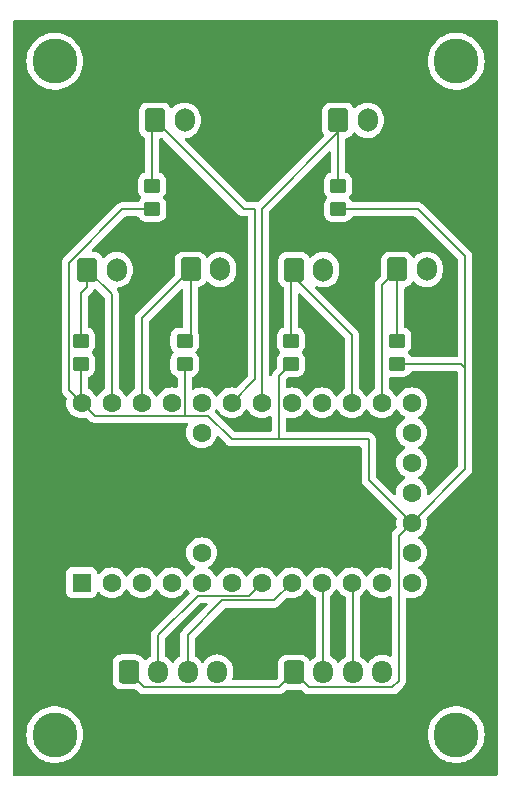
<source format=gbr>
%TF.GenerationSoftware,KiCad,Pcbnew,8.0.4*%
%TF.CreationDate,2024-08-04T23:06:54+09:00*%
%TF.ProjectId,sdvx,73647678-2e6b-4696-9361-645f70636258,rev?*%
%TF.SameCoordinates,Original*%
%TF.FileFunction,Copper,L1,Top*%
%TF.FilePolarity,Positive*%
%FSLAX46Y46*%
G04 Gerber Fmt 4.6, Leading zero omitted, Abs format (unit mm)*
G04 Created by KiCad (PCBNEW 8.0.4) date 2024-08-04 23:06:54*
%MOMM*%
%LPD*%
G01*
G04 APERTURE LIST*
G04 Aperture macros list*
%AMRoundRect*
0 Rectangle with rounded corners*
0 $1 Rounding radius*
0 $2 $3 $4 $5 $6 $7 $8 $9 X,Y pos of 4 corners*
0 Add a 4 corners polygon primitive as box body*
4,1,4,$2,$3,$4,$5,$6,$7,$8,$9,$2,$3,0*
0 Add four circle primitives for the rounded corners*
1,1,$1+$1,$2,$3*
1,1,$1+$1,$4,$5*
1,1,$1+$1,$6,$7*
1,1,$1+$1,$8,$9*
0 Add four rect primitives between the rounded corners*
20,1,$1+$1,$2,$3,$4,$5,0*
20,1,$1+$1,$4,$5,$6,$7,0*
20,1,$1+$1,$6,$7,$8,$9,0*
20,1,$1+$1,$8,$9,$2,$3,0*%
G04 Aperture macros list end*
%TA.AperFunction,SMDPad,CuDef*%
%ADD10RoundRect,0.250000X0.450000X-0.350000X0.450000X0.350000X-0.450000X0.350000X-0.450000X-0.350000X0*%
%TD*%
%TA.AperFunction,ComponentPad*%
%ADD11RoundRect,0.250000X-0.600000X-0.750000X0.600000X-0.750000X0.600000X0.750000X-0.600000X0.750000X0*%
%TD*%
%TA.AperFunction,ComponentPad*%
%ADD12O,1.700000X2.000000*%
%TD*%
%TA.AperFunction,ComponentPad*%
%ADD13C,3.800000*%
%TD*%
%TA.AperFunction,ComponentPad*%
%ADD14RoundRect,0.250000X-0.600000X-0.725000X0.600000X-0.725000X0.600000X0.725000X-0.600000X0.725000X0*%
%TD*%
%TA.AperFunction,ComponentPad*%
%ADD15O,1.700000X1.950000*%
%TD*%
%TA.AperFunction,ComponentPad*%
%ADD16R,1.600000X1.600000*%
%TD*%
%TA.AperFunction,ComponentPad*%
%ADD17C,1.600000*%
%TD*%
%TA.AperFunction,Conductor*%
%ADD18C,0.200000*%
%TD*%
G04 APERTURE END LIST*
D10*
%TO.P,R3,1*%
%TO.N,+5V*%
X151000000Y-75525000D03*
%TO.P,R3,2*%
%TO.N,Net-(FX-R1-Pin_1)*%
X151000000Y-73525000D03*
%TD*%
D11*
%TO.P,FX-R1,1,Pin_1*%
%TO.N,Net-(FX-R1-Pin_1)*%
X151000000Y-68000000D03*
D12*
%TO.P,FX-R1,2,Pin_2*%
%TO.N,GND*%
X153500000Y-68000000D03*
%TD*%
D10*
%TO.P,R6,1*%
%TO.N,+5V*%
X156000000Y-88645000D03*
%TO.P,R6,2*%
%TO.N,Net-(BT-D1-Pin_1)*%
X156000000Y-86645000D03*
%TD*%
%TO.P,R2,1*%
%TO.N,+5V*%
X135250000Y-75525000D03*
%TO.P,R2,2*%
%TO.N,Net-(FX-L1-Pin_1)*%
X135250000Y-73525000D03*
%TD*%
D13*
%TO.P,REF\u002A\u002A,1*%
%TO.N,N/C*%
X127000000Y-120000000D03*
%TD*%
D11*
%TO.P,FX-L1,1,Pin_1*%
%TO.N,Net-(FX-L1-Pin_1)*%
X135500000Y-68000000D03*
D12*
%TO.P,FX-L1,2,Pin_2*%
%TO.N,GND*%
X138000000Y-68000000D03*
%TD*%
D10*
%TO.P,R1,1*%
%TO.N,+5V*%
X129220000Y-88645000D03*
%TO.P,R1,2*%
%TO.N,Net-(BT-A1-Pin_1)*%
X129220000Y-86645000D03*
%TD*%
%TO.P,R4,1*%
%TO.N,+5V*%
X138000000Y-88645000D03*
%TO.P,R4,2*%
%TO.N,Net-(BT-B1-Pin_1)*%
X138000000Y-86645000D03*
%TD*%
D13*
%TO.P,REF\u002A\u002A,1*%
%TO.N,N/C*%
X127000000Y-63000000D03*
%TD*%
D14*
%TO.P,VOL-R1,1,Pin_1*%
%TO.N,+5V*%
X147250000Y-114725000D03*
D15*
%TO.P,VOL-R1,2,Pin_2*%
%TO.N,Net-(U1-7_INT2_RX)*%
X149750000Y-114725000D03*
%TO.P,VOL-R1,3,Pin_3*%
%TO.N,Net-(U1-8_INT3_TX)*%
X152250000Y-114725000D03*
%TO.P,VOL-R1,4,Pin_4*%
%TO.N,GND*%
X154750000Y-114725000D03*
%TD*%
D11*
%TO.P,BT-C1,1,Pin_1*%
%TO.N,Net-(BT-C1-Pin_1)*%
X147250000Y-80645000D03*
D12*
%TO.P,BT-C1,2,Pin_2*%
%TO.N,GND*%
X149750000Y-80645000D03*
%TD*%
D13*
%TO.P,REF\u002A\u002A,1*%
%TO.N,N/C*%
X161000000Y-120000000D03*
%TD*%
D11*
%TO.P,BT-A1,1,Pin_1*%
%TO.N,Net-(BT-A1-Pin_1)*%
X129750000Y-80645000D03*
D12*
%TO.P,BT-A1,2,Pin_2*%
%TO.N,GND*%
X132250000Y-80645000D03*
%TD*%
D11*
%TO.P,BT-B1,1,Pin_1*%
%TO.N,Net-(BT-B1-Pin_1)*%
X138500000Y-80620000D03*
D12*
%TO.P,BT-B1,2,Pin_2*%
%TO.N,GND*%
X141000000Y-80620000D03*
%TD*%
D11*
%TO.P,BT-D1,1,Pin_1*%
%TO.N,Net-(BT-D1-Pin_1)*%
X156000000Y-80620000D03*
D12*
%TO.P,BT-D1,2,Pin_2*%
%TO.N,GND*%
X158500000Y-80620000D03*
%TD*%
D14*
%TO.P,VOL-L1,1,Pin_1*%
%TO.N,+5V*%
X133250000Y-114700000D03*
D15*
%TO.P,VOL-L1,2,Pin_2*%
%TO.N,Net-(U1-5_INT0_PWM)*%
X135750000Y-114700000D03*
%TO.P,VOL-L1,3,Pin_3*%
%TO.N,Net-(U1-6_INT1)*%
X138250000Y-114700000D03*
%TO.P,VOL-L1,4,Pin_4*%
%TO.N,GND*%
X140750000Y-114700000D03*
%TD*%
D16*
%TO.P,U1,1,GND*%
%TO.N,GND*%
X129280000Y-107145000D03*
D17*
%TO.P,U1,2,0*%
%TO.N,unconnected-(U1-0-Pad2)*%
X131820000Y-107145000D03*
%TO.P,U1,3,1*%
%TO.N,unconnected-(U1-1-Pad3)*%
X134360000Y-107145000D03*
%TO.P,U1,4,2*%
%TO.N,unconnected-(U1-2-Pad4)*%
X136900000Y-107145000D03*
%TO.P,U1,5,3*%
%TO.N,unconnected-(U1-3-Pad5)*%
X139440000Y-107145000D03*
%TO.P,U1,6,4_PWM*%
%TO.N,unconnected-(U1-4_PWM-Pad6)*%
X141980000Y-107145000D03*
%TO.P,U1,7,5_INT0_PWM*%
%TO.N,Net-(U1-5_INT0_PWM)*%
X144520000Y-107145000D03*
%TO.P,U1,8,6_INT1*%
%TO.N,Net-(U1-6_INT1)*%
X147060000Y-107145000D03*
%TO.P,U1,9,7_INT2_RX*%
%TO.N,Net-(U1-7_INT2_RX)*%
X149600000Y-107145000D03*
%TO.P,U1,10,8_INT3_TX*%
%TO.N,Net-(U1-8_INT3_TX)*%
X152140000Y-107145000D03*
%TO.P,U1,11,9_PWM*%
%TO.N,unconnected-(U1-9_PWM-Pad11)*%
X154680000Y-107145000D03*
%TO.P,U1,12,10_PWM*%
%TO.N,unconnected-(U1-10_PWM-Pad12)*%
X157220000Y-107145000D03*
%TO.P,U1,13,23*%
%TO.N,unconnected-(U1-23-Pad13)*%
X157220000Y-104605000D03*
%TO.P,U1,14,+5V*%
%TO.N,+5V*%
X157220000Y-102065000D03*
%TO.P,U1,15,GND*%
%TO.N,GND*%
X157220000Y-99525000D03*
%TO.P,U1,16,RST*%
%TO.N,unconnected-(U1-RST-Pad16)*%
X157220000Y-96985000D03*
%TO.P,U1,17,22_A11*%
%TO.N,unconnected-(U1-22_A11-Pad17)*%
X157220000Y-94445000D03*
%TO.P,U1,18,11_A10_LED*%
%TO.N,unconnected-(U1-11_A10_LED-Pad18)*%
X157220000Y-91905000D03*
%TO.P,U1,19,12_A9_PWM*%
%TO.N,Net-(BT-D1-Pin_1)*%
X154680000Y-91905000D03*
%TO.P,U1,20,13_A8*%
%TO.N,Net-(BT-C1-Pin_1)*%
X152140000Y-91905000D03*
%TO.P,U1,21,14_A7_PWM*%
%TO.N,unconnected-(U1-14_A7_PWM-Pad21)*%
X149600000Y-91905000D03*
%TO.P,U1,22,15_A6_PWM*%
%TO.N,unconnected-(U1-15_A6_PWM-Pad22)*%
X147060000Y-91905000D03*
%TO.P,U1,23,16_A5*%
%TO.N,Net-(FX-R1-Pin_1)*%
X144520000Y-91905000D03*
%TO.P,U1,24,17_A4*%
%TO.N,Net-(FX-L1-Pin_1)*%
X141980000Y-91905000D03*
%TO.P,U1,25,18_A3*%
%TO.N,unconnected-(U1-18_A3-Pad25)*%
X139440000Y-91905000D03*
%TO.P,U1,26,19_A2*%
%TO.N,unconnected-(U1-19_A2-Pad26)*%
X136900000Y-91905000D03*
%TO.P,U1,27,20_A1*%
%TO.N,Net-(BT-B1-Pin_1)*%
X134360000Y-91905000D03*
%TO.P,U1,28,21_A0*%
%TO.N,Net-(BT-A1-Pin_1)*%
X131820000Y-91905000D03*
%TO.P,U1,29,+5V*%
%TO.N,+5V*%
X129280000Y-91905000D03*
%TO.P,U1,30,24*%
%TO.N,unconnected-(U1-24-Pad30)*%
X139440000Y-104605000D03*
%TO.P,U1,31,AREF*%
%TO.N,unconnected-(U1-AREF-Pad31)*%
X139440000Y-94445000D03*
%TD*%
D13*
%TO.P,REF\u002A\u002A,1*%
%TO.N,N/C*%
X161000000Y-63000000D03*
%TD*%
D10*
%TO.P,R5,1*%
%TO.N,+5V*%
X147000000Y-88645000D03*
%TO.P,R5,2*%
%TO.N,Net-(BT-C1-Pin_1)*%
X147000000Y-86645000D03*
%TD*%
D18*
%TO.N,Net-(U1-7_INT2_RX)*%
X149750000Y-107295000D02*
X149750000Y-114725000D01*
X149600000Y-107145000D02*
X149750000Y-107295000D01*
%TO.N,Net-(U1-5_INT0_PWM)*%
X144520000Y-107145000D02*
X143420000Y-108245000D01*
X139095000Y-108245000D02*
X135750000Y-111590000D01*
X143420000Y-108245000D02*
X139095000Y-108245000D01*
X135750000Y-111590000D02*
X135750000Y-114700000D01*
%TO.N,Net-(BT-A1-Pin_1)*%
X129220000Y-86645000D02*
X129220000Y-82645000D01*
X131820000Y-82715000D02*
X131820000Y-91905000D01*
X129750000Y-82115000D02*
X129220000Y-82645000D01*
X129750000Y-80645000D02*
X131820000Y-82715000D01*
X129750000Y-80645000D02*
X129750000Y-82115000D01*
%TO.N,Net-(BT-C1-Pin_1)*%
X152140000Y-86140000D02*
X152140000Y-91905000D01*
X147250000Y-81250000D02*
X152140000Y-86140000D01*
X147000000Y-86645000D02*
X147000000Y-80895000D01*
X147250000Y-80645000D02*
X147250000Y-81250000D01*
X147000000Y-80895000D02*
X147250000Y-80645000D01*
%TO.N,Net-(BT-D1-Pin_1)*%
X156000000Y-80620000D02*
X154680000Y-81940000D01*
X156000000Y-86645000D02*
X156000000Y-80620000D01*
X154680000Y-81940000D02*
X154680000Y-91905000D01*
%TO.N,Net-(FX-L1-Pin_1)*%
X144000000Y-89885000D02*
X141980000Y-91905000D01*
X144000000Y-75500000D02*
X144000000Y-89885000D01*
X135500000Y-68000000D02*
X143000000Y-75500000D01*
X143000000Y-75500000D02*
X144000000Y-75500000D01*
X135250000Y-73525000D02*
X135250000Y-68250000D01*
X135250000Y-68250000D02*
X135500000Y-68000000D01*
%TO.N,Net-(FX-R1-Pin_1)*%
X151000000Y-68000000D02*
X151000000Y-73525000D01*
X144520000Y-75480000D02*
X151000000Y-69000000D01*
X151000000Y-69000000D02*
X151000000Y-68000000D01*
X144520000Y-91905000D02*
X144520000Y-75480000D01*
%TO.N,Net-(U1-6_INT1)*%
X145560000Y-108645000D02*
X147060000Y-107145000D01*
X141195000Y-108645000D02*
X145560000Y-108645000D01*
X138250000Y-111590000D02*
X138250000Y-114700000D01*
X141195000Y-108645000D02*
X138250000Y-111590000D01*
%TO.N,Net-(U1-8_INT3_TX)*%
X152140000Y-107145000D02*
X152250000Y-107255000D01*
X152250000Y-107255000D02*
X152250000Y-114725000D01*
%TO.N,+5V*%
X161750000Y-89000000D02*
X161750000Y-97535000D01*
X161750000Y-79525000D02*
X157750000Y-75525000D01*
X142000000Y-95000000D02*
X146000000Y-95000000D01*
X153580000Y-98425000D02*
X157220000Y-102065000D01*
X128220000Y-90845000D02*
X129280000Y-91905000D01*
X146000000Y-115975000D02*
X147250000Y-114725000D01*
X128220000Y-80040256D02*
X128220000Y-90845000D01*
X145960000Y-94960000D02*
X146000000Y-95000000D01*
X161750000Y-89000000D02*
X161750000Y-79525000D01*
X135250000Y-75525000D02*
X132735256Y-75525000D01*
X140000000Y-93000000D02*
X139995000Y-93005000D01*
X134525000Y-115975000D02*
X146000000Y-115975000D01*
X139995000Y-93005000D02*
X138000000Y-93005000D01*
X132735256Y-75525000D02*
X128220000Y-80040256D01*
X156120000Y-103165000D02*
X156120000Y-115460000D01*
X147000000Y-88645000D02*
X145960000Y-89685000D01*
X157750000Y-75525000D02*
X151000000Y-75525000D01*
X138000000Y-88645000D02*
X138000000Y-93005000D01*
X133250000Y-114700000D02*
X134525000Y-115975000D01*
X145960000Y-89685000D02*
X145960000Y-94960000D01*
X146000000Y-95000000D02*
X148000000Y-95000000D01*
X129220000Y-88645000D02*
X129220000Y-91845000D01*
X155580000Y-116000000D02*
X148525000Y-116000000D01*
X156120000Y-115460000D02*
X155580000Y-116000000D01*
X130380000Y-93005000D02*
X129280000Y-91905000D01*
X161395000Y-88645000D02*
X161750000Y-89000000D01*
X148000000Y-95000000D02*
X153580000Y-95000000D01*
X156000000Y-88645000D02*
X161395000Y-88645000D01*
X157220000Y-102065000D02*
X156120000Y-103165000D01*
X129220000Y-91845000D02*
X129280000Y-91905000D01*
X148525000Y-116000000D02*
X147250000Y-114725000D01*
X161750000Y-97535000D02*
X157220000Y-102065000D01*
X138000000Y-93005000D02*
X130380000Y-93005000D01*
X140000000Y-93000000D02*
X142000000Y-95000000D01*
X153580000Y-95000000D02*
X153580000Y-98425000D01*
%TO.N,Net-(BT-B1-Pin_1)*%
X138500000Y-80620000D02*
X138500000Y-86145000D01*
X138500000Y-80620000D02*
X134360000Y-84760000D01*
X134360000Y-84760000D02*
X134360000Y-91905000D01*
X138500000Y-86145000D02*
X138000000Y-86645000D01*
%TD*%
%TA.AperFunction,NonConductor*%
G36*
X164442539Y-59520185D02*
G01*
X164488294Y-59572989D01*
X164499500Y-59624500D01*
X164499500Y-123375500D01*
X164479815Y-123442539D01*
X164427011Y-123488294D01*
X164375500Y-123499500D01*
X123624500Y-123499500D01*
X123557461Y-123479815D01*
X123511706Y-123427011D01*
X123500500Y-123375500D01*
X123500500Y-119999994D01*
X124594754Y-119999994D01*
X124594754Y-120000005D01*
X124613718Y-120301446D01*
X124613719Y-120301453D01*
X124670320Y-120598164D01*
X124763659Y-120885431D01*
X124763661Y-120885436D01*
X124892265Y-121158732D01*
X124892268Y-121158738D01*
X125054111Y-121413763D01*
X125246652Y-121646505D01*
X125466836Y-121853272D01*
X125466846Y-121853280D01*
X125711193Y-122030808D01*
X125711198Y-122030810D01*
X125711205Y-122030816D01*
X125975896Y-122176332D01*
X125975901Y-122176334D01*
X125975903Y-122176335D01*
X125975904Y-122176336D01*
X126256734Y-122287524D01*
X126256737Y-122287525D01*
X126354259Y-122312564D01*
X126549302Y-122362642D01*
X126696039Y-122381179D01*
X126848963Y-122400499D01*
X126848969Y-122400499D01*
X126848973Y-122400500D01*
X126848975Y-122400500D01*
X127151025Y-122400500D01*
X127151027Y-122400500D01*
X127151032Y-122400499D01*
X127151036Y-122400499D01*
X127230591Y-122390448D01*
X127450698Y-122362642D01*
X127743262Y-122287525D01*
X127743265Y-122287524D01*
X128024095Y-122176336D01*
X128024096Y-122176335D01*
X128024094Y-122176335D01*
X128024104Y-122176332D01*
X128288795Y-122030816D01*
X128533162Y-121853274D01*
X128753349Y-121646504D01*
X128945885Y-121413768D01*
X129107733Y-121158736D01*
X129236341Y-120885430D01*
X129329681Y-120598160D01*
X129386280Y-120301457D01*
X129405246Y-120000000D01*
X129405246Y-119999994D01*
X158594754Y-119999994D01*
X158594754Y-120000005D01*
X158613718Y-120301446D01*
X158613719Y-120301453D01*
X158670320Y-120598164D01*
X158763659Y-120885431D01*
X158763661Y-120885436D01*
X158892265Y-121158732D01*
X158892268Y-121158738D01*
X159054111Y-121413763D01*
X159246652Y-121646505D01*
X159466836Y-121853272D01*
X159466846Y-121853280D01*
X159711193Y-122030808D01*
X159711198Y-122030810D01*
X159711205Y-122030816D01*
X159975896Y-122176332D01*
X159975901Y-122176334D01*
X159975903Y-122176335D01*
X159975904Y-122176336D01*
X160256734Y-122287524D01*
X160256737Y-122287525D01*
X160354259Y-122312564D01*
X160549302Y-122362642D01*
X160696039Y-122381179D01*
X160848963Y-122400499D01*
X160848969Y-122400499D01*
X160848973Y-122400500D01*
X160848975Y-122400500D01*
X161151025Y-122400500D01*
X161151027Y-122400500D01*
X161151032Y-122400499D01*
X161151036Y-122400499D01*
X161230591Y-122390448D01*
X161450698Y-122362642D01*
X161743262Y-122287525D01*
X161743265Y-122287524D01*
X162024095Y-122176336D01*
X162024096Y-122176335D01*
X162024094Y-122176335D01*
X162024104Y-122176332D01*
X162288795Y-122030816D01*
X162533162Y-121853274D01*
X162753349Y-121646504D01*
X162945885Y-121413768D01*
X163107733Y-121158736D01*
X163236341Y-120885430D01*
X163329681Y-120598160D01*
X163386280Y-120301457D01*
X163405246Y-120000000D01*
X163386280Y-119698543D01*
X163329681Y-119401840D01*
X163236341Y-119114570D01*
X163107733Y-118841264D01*
X162945885Y-118586232D01*
X162753349Y-118353496D01*
X162533162Y-118146726D01*
X162533159Y-118146724D01*
X162533153Y-118146719D01*
X162288806Y-117969191D01*
X162288799Y-117969186D01*
X162288795Y-117969184D01*
X162024104Y-117823668D01*
X162024101Y-117823666D01*
X162024096Y-117823664D01*
X162024095Y-117823663D01*
X161743265Y-117712475D01*
X161743262Y-117712474D01*
X161450695Y-117637357D01*
X161151036Y-117599500D01*
X161151027Y-117599500D01*
X160848973Y-117599500D01*
X160848963Y-117599500D01*
X160549304Y-117637357D01*
X160256737Y-117712474D01*
X160256734Y-117712475D01*
X159975904Y-117823663D01*
X159975903Y-117823664D01*
X159711205Y-117969184D01*
X159711193Y-117969191D01*
X159466846Y-118146719D01*
X159466836Y-118146727D01*
X159246652Y-118353494D01*
X159054111Y-118586236D01*
X158892268Y-118841261D01*
X158892265Y-118841267D01*
X158763661Y-119114563D01*
X158763659Y-119114568D01*
X158670320Y-119401835D01*
X158613719Y-119698546D01*
X158613718Y-119698553D01*
X158594754Y-119999994D01*
X129405246Y-119999994D01*
X129386280Y-119698543D01*
X129329681Y-119401840D01*
X129236341Y-119114570D01*
X129107733Y-118841264D01*
X128945885Y-118586232D01*
X128753349Y-118353496D01*
X128533162Y-118146726D01*
X128533159Y-118146724D01*
X128533153Y-118146719D01*
X128288806Y-117969191D01*
X128288799Y-117969186D01*
X128288795Y-117969184D01*
X128024104Y-117823668D01*
X128024101Y-117823666D01*
X128024096Y-117823664D01*
X128024095Y-117823663D01*
X127743265Y-117712475D01*
X127743262Y-117712474D01*
X127450695Y-117637357D01*
X127151036Y-117599500D01*
X127151027Y-117599500D01*
X126848973Y-117599500D01*
X126848963Y-117599500D01*
X126549304Y-117637357D01*
X126256737Y-117712474D01*
X126256734Y-117712475D01*
X125975904Y-117823663D01*
X125975903Y-117823664D01*
X125711205Y-117969184D01*
X125711193Y-117969191D01*
X125466846Y-118146719D01*
X125466836Y-118146727D01*
X125246652Y-118353494D01*
X125054111Y-118586236D01*
X124892268Y-118841261D01*
X124892265Y-118841267D01*
X124763661Y-119114563D01*
X124763659Y-119114568D01*
X124670320Y-119401835D01*
X124613719Y-119698546D01*
X124613718Y-119698553D01*
X124594754Y-119999994D01*
X123500500Y-119999994D01*
X123500500Y-90924054D01*
X127619498Y-90924054D01*
X127660423Y-91076787D01*
X127667488Y-91089023D01*
X127667490Y-91089025D01*
X127739477Y-91213712D01*
X127739481Y-91213717D01*
X127858349Y-91332585D01*
X127858355Y-91332590D01*
X127988058Y-91462293D01*
X128021543Y-91523616D01*
X128020152Y-91582067D01*
X127994366Y-91678302D01*
X127994364Y-91678313D01*
X127974532Y-91904998D01*
X127974532Y-91905001D01*
X127994364Y-92131686D01*
X127994366Y-92131697D01*
X128053258Y-92351488D01*
X128053261Y-92351497D01*
X128149431Y-92557732D01*
X128149432Y-92557734D01*
X128279954Y-92744141D01*
X128440858Y-92905045D01*
X128440861Y-92905047D01*
X128627266Y-93035568D01*
X128833504Y-93131739D01*
X128833509Y-93131740D01*
X128833511Y-93131741D01*
X128886415Y-93145916D01*
X129053308Y-93190635D01*
X129215230Y-93204801D01*
X129279998Y-93210468D01*
X129280000Y-93210468D01*
X129280002Y-93210468D01*
X129336673Y-93205509D01*
X129506692Y-93190635D01*
X129602932Y-93164847D01*
X129672781Y-93166510D01*
X129722706Y-93196941D01*
X129895139Y-93369374D01*
X129895149Y-93369385D01*
X129899479Y-93373715D01*
X129899480Y-93373716D01*
X130011284Y-93485520D01*
X130098095Y-93535639D01*
X130098097Y-93535641D01*
X130136151Y-93557611D01*
X130148215Y-93564577D01*
X130300943Y-93605501D01*
X130300946Y-93605501D01*
X130466653Y-93605501D01*
X130466669Y-93605500D01*
X137920943Y-93605500D01*
X138079057Y-93605500D01*
X138202488Y-93605500D01*
X138269527Y-93625185D01*
X138315282Y-93677989D01*
X138325226Y-93747147D01*
X138311363Y-93787193D01*
X138311720Y-93787360D01*
X138310112Y-93790806D01*
X138309870Y-93791508D01*
X138309432Y-93792266D01*
X138213261Y-93998502D01*
X138213258Y-93998511D01*
X138154366Y-94218302D01*
X138154364Y-94218313D01*
X138134532Y-94444998D01*
X138134532Y-94445001D01*
X138154364Y-94671686D01*
X138154366Y-94671697D01*
X138213258Y-94891488D01*
X138213261Y-94891497D01*
X138309431Y-95097732D01*
X138309432Y-95097734D01*
X138439954Y-95284141D01*
X138600858Y-95445045D01*
X138600861Y-95445047D01*
X138787266Y-95575568D01*
X138993504Y-95671739D01*
X139213308Y-95730635D01*
X139375230Y-95744801D01*
X139439998Y-95750468D01*
X139440000Y-95750468D01*
X139440002Y-95750468D01*
X139496673Y-95745509D01*
X139666692Y-95730635D01*
X139886496Y-95671739D01*
X140092734Y-95575568D01*
X140279139Y-95445047D01*
X140440047Y-95284139D01*
X140570568Y-95097734D01*
X140666739Y-94891496D01*
X140690508Y-94802785D01*
X140726872Y-94743127D01*
X140789719Y-94712597D01*
X140859095Y-94720891D01*
X140897964Y-94747199D01*
X141515139Y-95364374D01*
X141515149Y-95364385D01*
X141519479Y-95368715D01*
X141519480Y-95368716D01*
X141631284Y-95480520D01*
X141718095Y-95530639D01*
X141718097Y-95530641D01*
X141756151Y-95552611D01*
X141768215Y-95559577D01*
X141920943Y-95600500D01*
X142079057Y-95600500D01*
X145913331Y-95600500D01*
X145913347Y-95600501D01*
X145920943Y-95600501D01*
X146086654Y-95600501D01*
X146086670Y-95600500D01*
X147920943Y-95600500D01*
X152855500Y-95600500D01*
X152922539Y-95620185D01*
X152968294Y-95672989D01*
X152979500Y-95724500D01*
X152979500Y-98338330D01*
X152979499Y-98338348D01*
X152979499Y-98504054D01*
X152979498Y-98504054D01*
X153020424Y-98656789D01*
X153020425Y-98656790D01*
X153037209Y-98685860D01*
X153037210Y-98685861D01*
X153099481Y-98793717D01*
X153218349Y-98912585D01*
X153218355Y-98912590D01*
X155928058Y-101622293D01*
X155961543Y-101683616D01*
X155960152Y-101742067D01*
X155934366Y-101838302D01*
X155934364Y-101838313D01*
X155914532Y-102064998D01*
X155914532Y-102065001D01*
X155934364Y-102291686D01*
X155934366Y-102291697D01*
X155960152Y-102387931D01*
X155958489Y-102457781D01*
X155928058Y-102507705D01*
X155751286Y-102684478D01*
X155639481Y-102796282D01*
X155639477Y-102796287D01*
X155590583Y-102880976D01*
X155590583Y-102880977D01*
X155560423Y-102933214D01*
X155560423Y-102933215D01*
X155519499Y-103085943D01*
X155519499Y-103085945D01*
X155519499Y-103254046D01*
X155519500Y-103254059D01*
X155519500Y-105907487D01*
X155499815Y-105974526D01*
X155447011Y-106020281D01*
X155377853Y-106030225D01*
X155337805Y-106016365D01*
X155337640Y-106016720D01*
X155334216Y-106015123D01*
X155333507Y-106014878D01*
X155332738Y-106014434D01*
X155332727Y-106014429D01*
X155274876Y-105987452D01*
X155126497Y-105918261D01*
X155126488Y-105918258D01*
X154906697Y-105859366D01*
X154906693Y-105859365D01*
X154906692Y-105859365D01*
X154906691Y-105859364D01*
X154906686Y-105859364D01*
X154680002Y-105839532D01*
X154679998Y-105839532D01*
X154453313Y-105859364D01*
X154453302Y-105859366D01*
X154233511Y-105918258D01*
X154233502Y-105918261D01*
X154027267Y-106014431D01*
X154027265Y-106014432D01*
X153840858Y-106144954D01*
X153679954Y-106305858D01*
X153549432Y-106492265D01*
X153549431Y-106492267D01*
X153522382Y-106550275D01*
X153476209Y-106602714D01*
X153409016Y-106621866D01*
X153342135Y-106601650D01*
X153297618Y-106550275D01*
X153270568Y-106492267D01*
X153270567Y-106492265D01*
X153140045Y-106305858D01*
X152979141Y-106144954D01*
X152792734Y-106014432D01*
X152792732Y-106014431D01*
X152586497Y-105918261D01*
X152586488Y-105918258D01*
X152366697Y-105859366D01*
X152366693Y-105859365D01*
X152366692Y-105859365D01*
X152366691Y-105859364D01*
X152366686Y-105859364D01*
X152140002Y-105839532D01*
X152139998Y-105839532D01*
X151913313Y-105859364D01*
X151913302Y-105859366D01*
X151693511Y-105918258D01*
X151693502Y-105918261D01*
X151487267Y-106014431D01*
X151487265Y-106014432D01*
X151300858Y-106144954D01*
X151139954Y-106305858D01*
X151009432Y-106492265D01*
X151009431Y-106492267D01*
X150982382Y-106550275D01*
X150936209Y-106602714D01*
X150869016Y-106621866D01*
X150802135Y-106601650D01*
X150757618Y-106550275D01*
X150730568Y-106492267D01*
X150730567Y-106492265D01*
X150600045Y-106305858D01*
X150439141Y-106144954D01*
X150252734Y-106014432D01*
X150252732Y-106014431D01*
X150046497Y-105918261D01*
X150046488Y-105918258D01*
X149826697Y-105859366D01*
X149826693Y-105859365D01*
X149826692Y-105859365D01*
X149826691Y-105859364D01*
X149826686Y-105859364D01*
X149600002Y-105839532D01*
X149599998Y-105839532D01*
X149373313Y-105859364D01*
X149373302Y-105859366D01*
X149153511Y-105918258D01*
X149153502Y-105918261D01*
X148947267Y-106014431D01*
X148947265Y-106014432D01*
X148760858Y-106144954D01*
X148599954Y-106305858D01*
X148469432Y-106492265D01*
X148469431Y-106492267D01*
X148442382Y-106550275D01*
X148396209Y-106602714D01*
X148329016Y-106621866D01*
X148262135Y-106601650D01*
X148217618Y-106550275D01*
X148190568Y-106492267D01*
X148190567Y-106492265D01*
X148060045Y-106305858D01*
X147899141Y-106144954D01*
X147712734Y-106014432D01*
X147712732Y-106014431D01*
X147506497Y-105918261D01*
X147506488Y-105918258D01*
X147286697Y-105859366D01*
X147286693Y-105859365D01*
X147286692Y-105859365D01*
X147286691Y-105859364D01*
X147286686Y-105859364D01*
X147060002Y-105839532D01*
X147059998Y-105839532D01*
X146833313Y-105859364D01*
X146833302Y-105859366D01*
X146613511Y-105918258D01*
X146613502Y-105918261D01*
X146407267Y-106014431D01*
X146407265Y-106014432D01*
X146220858Y-106144954D01*
X146059954Y-106305858D01*
X145929432Y-106492265D01*
X145929431Y-106492267D01*
X145902382Y-106550275D01*
X145856209Y-106602714D01*
X145789016Y-106621866D01*
X145722135Y-106601650D01*
X145677618Y-106550275D01*
X145650568Y-106492267D01*
X145650567Y-106492265D01*
X145520045Y-106305858D01*
X145359141Y-106144954D01*
X145172734Y-106014432D01*
X145172732Y-106014431D01*
X144966497Y-105918261D01*
X144966488Y-105918258D01*
X144746697Y-105859366D01*
X144746693Y-105859365D01*
X144746692Y-105859365D01*
X144746691Y-105859364D01*
X144746686Y-105859364D01*
X144520002Y-105839532D01*
X144519998Y-105839532D01*
X144293313Y-105859364D01*
X144293302Y-105859366D01*
X144073511Y-105918258D01*
X144073502Y-105918261D01*
X143867267Y-106014431D01*
X143867265Y-106014432D01*
X143680858Y-106144954D01*
X143519954Y-106305858D01*
X143389432Y-106492265D01*
X143389431Y-106492267D01*
X143362382Y-106550275D01*
X143316209Y-106602714D01*
X143249016Y-106621866D01*
X143182135Y-106601650D01*
X143137618Y-106550275D01*
X143110568Y-106492267D01*
X143110567Y-106492265D01*
X142980045Y-106305858D01*
X142819141Y-106144954D01*
X142632734Y-106014432D01*
X142632732Y-106014431D01*
X142426497Y-105918261D01*
X142426488Y-105918258D01*
X142206697Y-105859366D01*
X142206693Y-105859365D01*
X142206692Y-105859365D01*
X142206691Y-105859364D01*
X142206686Y-105859364D01*
X141980002Y-105839532D01*
X141979998Y-105839532D01*
X141753313Y-105859364D01*
X141753302Y-105859366D01*
X141533511Y-105918258D01*
X141533502Y-105918261D01*
X141327267Y-106014431D01*
X141327265Y-106014432D01*
X141140858Y-106144954D01*
X140979954Y-106305858D01*
X140849432Y-106492265D01*
X140849431Y-106492267D01*
X140822382Y-106550275D01*
X140776209Y-106602714D01*
X140709016Y-106621866D01*
X140642135Y-106601650D01*
X140597618Y-106550275D01*
X140570568Y-106492267D01*
X140570567Y-106492265D01*
X140440045Y-106305858D01*
X140279141Y-106144954D01*
X140092734Y-106014432D01*
X140092728Y-106014429D01*
X140034882Y-105987455D01*
X140034724Y-105987381D01*
X139982285Y-105941210D01*
X139963133Y-105874017D01*
X139983348Y-105807135D01*
X140034725Y-105762618D01*
X140092734Y-105735568D01*
X140279139Y-105605047D01*
X140440047Y-105444139D01*
X140570568Y-105257734D01*
X140666739Y-105051496D01*
X140725635Y-104831692D01*
X140745468Y-104605000D01*
X140725635Y-104378308D01*
X140666739Y-104158504D01*
X140570568Y-103952266D01*
X140440047Y-103765861D01*
X140440045Y-103765858D01*
X140279141Y-103604954D01*
X140092734Y-103474432D01*
X140092732Y-103474431D01*
X139886497Y-103378261D01*
X139886488Y-103378258D01*
X139666697Y-103319366D01*
X139666693Y-103319365D01*
X139666692Y-103319365D01*
X139666691Y-103319364D01*
X139666686Y-103319364D01*
X139440002Y-103299532D01*
X139439998Y-103299532D01*
X139213313Y-103319364D01*
X139213302Y-103319366D01*
X138993511Y-103378258D01*
X138993502Y-103378261D01*
X138787267Y-103474431D01*
X138787265Y-103474432D01*
X138600858Y-103604954D01*
X138439954Y-103765858D01*
X138309432Y-103952265D01*
X138309431Y-103952267D01*
X138213261Y-104158502D01*
X138213258Y-104158511D01*
X138154366Y-104378302D01*
X138154364Y-104378313D01*
X138134532Y-104604998D01*
X138134532Y-104605001D01*
X138154364Y-104831686D01*
X138154366Y-104831697D01*
X138213258Y-105051488D01*
X138213261Y-105051497D01*
X138309431Y-105257732D01*
X138309432Y-105257734D01*
X138439954Y-105444141D01*
X138600858Y-105605045D01*
X138600861Y-105605047D01*
X138787266Y-105735568D01*
X138845275Y-105762618D01*
X138897714Y-105808791D01*
X138916866Y-105875984D01*
X138896650Y-105942865D01*
X138845275Y-105987381D01*
X138845118Y-105987455D01*
X138787267Y-106014431D01*
X138787265Y-106014432D01*
X138600858Y-106144954D01*
X138439954Y-106305858D01*
X138309432Y-106492265D01*
X138309431Y-106492267D01*
X138282382Y-106550275D01*
X138236209Y-106602714D01*
X138169016Y-106621866D01*
X138102135Y-106601650D01*
X138057618Y-106550275D01*
X138030568Y-106492267D01*
X138030567Y-106492265D01*
X137900045Y-106305858D01*
X137739141Y-106144954D01*
X137552734Y-106014432D01*
X137552732Y-106014431D01*
X137346497Y-105918261D01*
X137346488Y-105918258D01*
X137126697Y-105859366D01*
X137126693Y-105859365D01*
X137126692Y-105859365D01*
X137126691Y-105859364D01*
X137126686Y-105859364D01*
X136900002Y-105839532D01*
X136899998Y-105839532D01*
X136673313Y-105859364D01*
X136673302Y-105859366D01*
X136453511Y-105918258D01*
X136453502Y-105918261D01*
X136247267Y-106014431D01*
X136247265Y-106014432D01*
X136060858Y-106144954D01*
X135899954Y-106305858D01*
X135769432Y-106492265D01*
X135769431Y-106492267D01*
X135742382Y-106550275D01*
X135696209Y-106602714D01*
X135629016Y-106621866D01*
X135562135Y-106601650D01*
X135517618Y-106550275D01*
X135490568Y-106492267D01*
X135490567Y-106492265D01*
X135360045Y-106305858D01*
X135199141Y-106144954D01*
X135012734Y-106014432D01*
X135012732Y-106014431D01*
X134806497Y-105918261D01*
X134806488Y-105918258D01*
X134586697Y-105859366D01*
X134586693Y-105859365D01*
X134586692Y-105859365D01*
X134586691Y-105859364D01*
X134586686Y-105859364D01*
X134360002Y-105839532D01*
X134359998Y-105839532D01*
X134133313Y-105859364D01*
X134133302Y-105859366D01*
X133913511Y-105918258D01*
X133913502Y-105918261D01*
X133707267Y-106014431D01*
X133707265Y-106014432D01*
X133520858Y-106144954D01*
X133359954Y-106305858D01*
X133229432Y-106492265D01*
X133229431Y-106492267D01*
X133202382Y-106550275D01*
X133156209Y-106602714D01*
X133089016Y-106621866D01*
X133022135Y-106601650D01*
X132977618Y-106550275D01*
X132950568Y-106492267D01*
X132950567Y-106492265D01*
X132820045Y-106305858D01*
X132659141Y-106144954D01*
X132472734Y-106014432D01*
X132472732Y-106014431D01*
X132266497Y-105918261D01*
X132266488Y-105918258D01*
X132046697Y-105859366D01*
X132046693Y-105859365D01*
X132046692Y-105859365D01*
X132046691Y-105859364D01*
X132046686Y-105859364D01*
X131820002Y-105839532D01*
X131819998Y-105839532D01*
X131593313Y-105859364D01*
X131593302Y-105859366D01*
X131373511Y-105918258D01*
X131373502Y-105918261D01*
X131167267Y-106014431D01*
X131167265Y-106014432D01*
X130980858Y-106144954D01*
X130819954Y-106305858D01*
X130802725Y-106330464D01*
X130748147Y-106374088D01*
X130678648Y-106381280D01*
X130616294Y-106349757D01*
X130580882Y-106289526D01*
X130577861Y-106272591D01*
X130574091Y-106237516D01*
X130523797Y-106102671D01*
X130523793Y-106102664D01*
X130437547Y-105987455D01*
X130437544Y-105987452D01*
X130322335Y-105901206D01*
X130322328Y-105901202D01*
X130187482Y-105850908D01*
X130187483Y-105850908D01*
X130127883Y-105844501D01*
X130127881Y-105844500D01*
X130127873Y-105844500D01*
X130127864Y-105844500D01*
X128432129Y-105844500D01*
X128432123Y-105844501D01*
X128372516Y-105850908D01*
X128237671Y-105901202D01*
X128237664Y-105901206D01*
X128122455Y-105987452D01*
X128122452Y-105987455D01*
X128036206Y-106102664D01*
X128036202Y-106102671D01*
X127985908Y-106237517D01*
X127979501Y-106297116D01*
X127979500Y-106297135D01*
X127979500Y-107992870D01*
X127979501Y-107992876D01*
X127985908Y-108052483D01*
X128036202Y-108187328D01*
X128036206Y-108187335D01*
X128122452Y-108302544D01*
X128122455Y-108302547D01*
X128237664Y-108388793D01*
X128237671Y-108388797D01*
X128372517Y-108439091D01*
X128372516Y-108439091D01*
X128379444Y-108439835D01*
X128432127Y-108445500D01*
X130127872Y-108445499D01*
X130187483Y-108439091D01*
X130322331Y-108388796D01*
X130437546Y-108302546D01*
X130523796Y-108187331D01*
X130574091Y-108052483D01*
X130577862Y-108017401D01*
X130604599Y-107952855D01*
X130661990Y-107913006D01*
X130731816Y-107910511D01*
X130791905Y-107946163D01*
X130802726Y-107959536D01*
X130819956Y-107984143D01*
X130980858Y-108145045D01*
X130980861Y-108145047D01*
X131167266Y-108275568D01*
X131373504Y-108371739D01*
X131373509Y-108371740D01*
X131373511Y-108371741D01*
X131414251Y-108382657D01*
X131593308Y-108430635D01*
X131755230Y-108444801D01*
X131819998Y-108450468D01*
X131820000Y-108450468D01*
X131820002Y-108450468D01*
X131876807Y-108445498D01*
X132046692Y-108430635D01*
X132266496Y-108371739D01*
X132472734Y-108275568D01*
X132659139Y-108145047D01*
X132820047Y-107984139D01*
X132950568Y-107797734D01*
X132977618Y-107739724D01*
X133023790Y-107687285D01*
X133090983Y-107668133D01*
X133157865Y-107688348D01*
X133202382Y-107739725D01*
X133229429Y-107797728D01*
X133229432Y-107797734D01*
X133359954Y-107984141D01*
X133520858Y-108145045D01*
X133520861Y-108145047D01*
X133707266Y-108275568D01*
X133913504Y-108371739D01*
X133913509Y-108371740D01*
X133913511Y-108371741D01*
X133954251Y-108382657D01*
X134133308Y-108430635D01*
X134295230Y-108444801D01*
X134359998Y-108450468D01*
X134360000Y-108450468D01*
X134360002Y-108450468D01*
X134416807Y-108445498D01*
X134586692Y-108430635D01*
X134806496Y-108371739D01*
X135012734Y-108275568D01*
X135199139Y-108145047D01*
X135360047Y-107984139D01*
X135490568Y-107797734D01*
X135517618Y-107739724D01*
X135563790Y-107687285D01*
X135630983Y-107668133D01*
X135697865Y-107688348D01*
X135742382Y-107739725D01*
X135769429Y-107797728D01*
X135769432Y-107797734D01*
X135899954Y-107984141D01*
X136060858Y-108145045D01*
X136060861Y-108145047D01*
X136247266Y-108275568D01*
X136453504Y-108371739D01*
X136453509Y-108371740D01*
X136453511Y-108371741D01*
X136494251Y-108382657D01*
X136673308Y-108430635D01*
X136835230Y-108444801D01*
X136899998Y-108450468D01*
X136900000Y-108450468D01*
X136900002Y-108450468D01*
X136956807Y-108445498D01*
X137126692Y-108430635D01*
X137346496Y-108371739D01*
X137552734Y-108275568D01*
X137739139Y-108145047D01*
X137900047Y-107984139D01*
X138030568Y-107797734D01*
X138057618Y-107739724D01*
X138103790Y-107687285D01*
X138170983Y-107668133D01*
X138237865Y-107688348D01*
X138282382Y-107739725D01*
X138309429Y-107797728D01*
X138309431Y-107797732D01*
X138407732Y-107938123D01*
X138430059Y-108004329D01*
X138413047Y-108072096D01*
X138393837Y-108096926D01*
X135381286Y-111109478D01*
X135269481Y-111221282D01*
X135269479Y-111221285D01*
X135219361Y-111308094D01*
X135219359Y-111308096D01*
X135190425Y-111358209D01*
X135190424Y-111358210D01*
X135190423Y-111358215D01*
X135149499Y-111510943D01*
X135149499Y-111510945D01*
X135149499Y-111679046D01*
X135149500Y-111679059D01*
X135149500Y-113289281D01*
X135129815Y-113356320D01*
X135081795Y-113399765D01*
X135042185Y-113419947D01*
X135042184Y-113419948D01*
X134870215Y-113544889D01*
X134731398Y-113683706D01*
X134670075Y-113717190D01*
X134600383Y-113712206D01*
X134544450Y-113670334D01*
X134538178Y-113661120D01*
X134442712Y-113506344D01*
X134318657Y-113382289D01*
X134318656Y-113382288D01*
X134209864Y-113315185D01*
X134169336Y-113290187D01*
X134169331Y-113290185D01*
X134166603Y-113289281D01*
X134002797Y-113235001D01*
X134002795Y-113235000D01*
X133900010Y-113224500D01*
X132599998Y-113224500D01*
X132599981Y-113224501D01*
X132497203Y-113235000D01*
X132497200Y-113235001D01*
X132330668Y-113290185D01*
X132330663Y-113290187D01*
X132181342Y-113382289D01*
X132057289Y-113506342D01*
X131965187Y-113655663D01*
X131965185Y-113655668D01*
X131943797Y-113720214D01*
X131910001Y-113822203D01*
X131910001Y-113822204D01*
X131910000Y-113822204D01*
X131899500Y-113924983D01*
X131899500Y-115475001D01*
X131899501Y-115475018D01*
X131910000Y-115577796D01*
X131910001Y-115577799D01*
X131947773Y-115691785D01*
X131965186Y-115744334D01*
X132057288Y-115893656D01*
X132181344Y-116017712D01*
X132330666Y-116109814D01*
X132497203Y-116164999D01*
X132599991Y-116175500D01*
X133824902Y-116175499D01*
X133891941Y-116195184D01*
X133912583Y-116211818D01*
X134040139Y-116339374D01*
X134040149Y-116339385D01*
X134044479Y-116343715D01*
X134044480Y-116343716D01*
X134156284Y-116455520D01*
X134243095Y-116505639D01*
X134243097Y-116505641D01*
X134293213Y-116534576D01*
X134293215Y-116534577D01*
X134445942Y-116575500D01*
X134445943Y-116575500D01*
X145913331Y-116575500D01*
X145913347Y-116575501D01*
X145920943Y-116575501D01*
X146079054Y-116575501D01*
X146079057Y-116575501D01*
X146231785Y-116534577D01*
X146281904Y-116505639D01*
X146368716Y-116455520D01*
X146480520Y-116343716D01*
X146480521Y-116343713D01*
X146587418Y-116236815D01*
X146648740Y-116203333D01*
X146675097Y-116200499D01*
X147824902Y-116200499D01*
X147891941Y-116220184D01*
X147912583Y-116236818D01*
X148040139Y-116364374D01*
X148040149Y-116364385D01*
X148044479Y-116368715D01*
X148044480Y-116368716D01*
X148156284Y-116480520D01*
X148199798Y-116505642D01*
X148243095Y-116530639D01*
X148243097Y-116530641D01*
X148293213Y-116559576D01*
X148293215Y-116559577D01*
X148445942Y-116600500D01*
X148445943Y-116600500D01*
X155493331Y-116600500D01*
X155493347Y-116600501D01*
X155500943Y-116600501D01*
X155659054Y-116600501D01*
X155659057Y-116600501D01*
X155811785Y-116559577D01*
X155861904Y-116530639D01*
X155948716Y-116480520D01*
X156060520Y-116368716D01*
X156060520Y-116368714D01*
X156070728Y-116358507D01*
X156070730Y-116358504D01*
X156478506Y-115950728D01*
X156478511Y-115950724D01*
X156488714Y-115940520D01*
X156488716Y-115940520D01*
X156600520Y-115828716D01*
X156637532Y-115764608D01*
X156674543Y-115700504D01*
X156674545Y-115700500D01*
X156679577Y-115691785D01*
X156720500Y-115539058D01*
X156720500Y-115380943D01*
X156720500Y-108519136D01*
X156740185Y-108452097D01*
X156792989Y-108406342D01*
X156862147Y-108396398D01*
X156876582Y-108399358D01*
X156993308Y-108430635D01*
X157155230Y-108444801D01*
X157219998Y-108450468D01*
X157220000Y-108450468D01*
X157220002Y-108450468D01*
X157276807Y-108445498D01*
X157446692Y-108430635D01*
X157666496Y-108371739D01*
X157872734Y-108275568D01*
X158059139Y-108145047D01*
X158220047Y-107984139D01*
X158350568Y-107797734D01*
X158446739Y-107591496D01*
X158505635Y-107371692D01*
X158525468Y-107145000D01*
X158505635Y-106918308D01*
X158446739Y-106698504D01*
X158350568Y-106492266D01*
X158220047Y-106305861D01*
X158220045Y-106305858D01*
X158059141Y-106144954D01*
X157872734Y-106014432D01*
X157872728Y-106014429D01*
X157814882Y-105987455D01*
X157814724Y-105987381D01*
X157762285Y-105941210D01*
X157743133Y-105874017D01*
X157763348Y-105807135D01*
X157814725Y-105762618D01*
X157872734Y-105735568D01*
X158059139Y-105605047D01*
X158220047Y-105444139D01*
X158350568Y-105257734D01*
X158446739Y-105051496D01*
X158505635Y-104831692D01*
X158525468Y-104605000D01*
X158505635Y-104378308D01*
X158446739Y-104158504D01*
X158350568Y-103952266D01*
X158220047Y-103765861D01*
X158220045Y-103765858D01*
X158059141Y-103604954D01*
X157872734Y-103474432D01*
X157872728Y-103474429D01*
X157814725Y-103447382D01*
X157762285Y-103401210D01*
X157743133Y-103334017D01*
X157763348Y-103267135D01*
X157814725Y-103222618D01*
X157872734Y-103195568D01*
X158059139Y-103065047D01*
X158220047Y-102904139D01*
X158350568Y-102717734D01*
X158446739Y-102511496D01*
X158505635Y-102291692D01*
X158525468Y-102065000D01*
X158505635Y-101838308D01*
X158479847Y-101742066D01*
X158481510Y-101672217D01*
X158511939Y-101622294D01*
X162108506Y-98025728D01*
X162108511Y-98025724D01*
X162118714Y-98015520D01*
X162118716Y-98015520D01*
X162230520Y-97903716D01*
X162309577Y-97766784D01*
X162350500Y-97614057D01*
X162350500Y-89089059D01*
X162350501Y-89089046D01*
X162350501Y-88913348D01*
X162350500Y-88913330D01*
X162350500Y-79445944D01*
X162350499Y-79445940D01*
X162348878Y-79439889D01*
X162345249Y-79426344D01*
X162309577Y-79293215D01*
X162247206Y-79185186D01*
X162230520Y-79156284D01*
X162230518Y-79156282D01*
X162230517Y-79156280D01*
X162114397Y-79040160D01*
X162114374Y-79040139D01*
X158237590Y-75163355D01*
X158237588Y-75163352D01*
X158118717Y-75044481D01*
X158118716Y-75044480D01*
X158031904Y-74994360D01*
X158031904Y-74994359D01*
X158031900Y-74994358D01*
X157981785Y-74965423D01*
X157829057Y-74924499D01*
X157670943Y-74924499D01*
X157663347Y-74924499D01*
X157663331Y-74924500D01*
X152245908Y-74924500D01*
X152178869Y-74904815D01*
X152140363Y-74860728D01*
X152138605Y-74861813D01*
X152134812Y-74855663D01*
X152042712Y-74706344D01*
X151949049Y-74612681D01*
X151915564Y-74551358D01*
X151920548Y-74481666D01*
X151949049Y-74437319D01*
X152042712Y-74343656D01*
X152134814Y-74194334D01*
X152189999Y-74027797D01*
X152200500Y-73925009D01*
X152200499Y-73124992D01*
X152189999Y-73022203D01*
X152134814Y-72855666D01*
X152042712Y-72706344D01*
X151918656Y-72582288D01*
X151769334Y-72490186D01*
X151685495Y-72462404D01*
X151628051Y-72422632D01*
X151601228Y-72358116D01*
X151600500Y-72344699D01*
X151600500Y-69617534D01*
X151620185Y-69550495D01*
X151672989Y-69504740D01*
X151711897Y-69494176D01*
X151752797Y-69489999D01*
X151919334Y-69434814D01*
X152068656Y-69342712D01*
X152192712Y-69218656D01*
X152284814Y-69069334D01*
X152284814Y-69069331D01*
X152288178Y-69063879D01*
X152340126Y-69017154D01*
X152409088Y-69005931D01*
X152473170Y-69033774D01*
X152481398Y-69041294D01*
X152620213Y-69180109D01*
X152792179Y-69305048D01*
X152792181Y-69305049D01*
X152792184Y-69305051D01*
X152981588Y-69401557D01*
X153183757Y-69467246D01*
X153393713Y-69500500D01*
X153393714Y-69500500D01*
X153606286Y-69500500D01*
X153606287Y-69500500D01*
X153816243Y-69467246D01*
X154018412Y-69401557D01*
X154207816Y-69305051D01*
X154242570Y-69279801D01*
X154379786Y-69180109D01*
X154379788Y-69180106D01*
X154379792Y-69180104D01*
X154530104Y-69029792D01*
X154530106Y-69029788D01*
X154530109Y-69029786D01*
X154655048Y-68857820D01*
X154655047Y-68857820D01*
X154655051Y-68857816D01*
X154751557Y-68668412D01*
X154817246Y-68466243D01*
X154850500Y-68256287D01*
X154850500Y-67743713D01*
X154817246Y-67533757D01*
X154751557Y-67331588D01*
X154655051Y-67142184D01*
X154655049Y-67142181D01*
X154655048Y-67142179D01*
X154530109Y-66970213D01*
X154379786Y-66819890D01*
X154207820Y-66694951D01*
X154018414Y-66598444D01*
X154018413Y-66598443D01*
X154018412Y-66598443D01*
X153816243Y-66532754D01*
X153816241Y-66532753D01*
X153816240Y-66532753D01*
X153654957Y-66507208D01*
X153606287Y-66499500D01*
X153393713Y-66499500D01*
X153345042Y-66507208D01*
X153183760Y-66532753D01*
X152981585Y-66598444D01*
X152792179Y-66694951D01*
X152620215Y-66819889D01*
X152481398Y-66958706D01*
X152420075Y-66992190D01*
X152350383Y-66987206D01*
X152294450Y-66945334D01*
X152288178Y-66936120D01*
X152192712Y-66781344D01*
X152068657Y-66657289D01*
X152068656Y-66657288D01*
X151919334Y-66565186D01*
X151752797Y-66510001D01*
X151752795Y-66510000D01*
X151650010Y-66499500D01*
X150349998Y-66499500D01*
X150349981Y-66499501D01*
X150247203Y-66510000D01*
X150247200Y-66510001D01*
X150080668Y-66565185D01*
X150080663Y-66565187D01*
X149931342Y-66657289D01*
X149807289Y-66781342D01*
X149715187Y-66930663D01*
X149715185Y-66930668D01*
X149710325Y-66945334D01*
X149660001Y-67097203D01*
X149660001Y-67097204D01*
X149660000Y-67097204D01*
X149649500Y-67199983D01*
X149649500Y-68800001D01*
X149649501Y-68800018D01*
X149660000Y-68902796D01*
X149660001Y-68902799D01*
X149705894Y-69041294D01*
X149715186Y-69069334D01*
X149803435Y-69212410D01*
X149821875Y-69279801D01*
X149800952Y-69346464D01*
X149785577Y-69365186D01*
X144265495Y-74885268D01*
X144204172Y-74918753D01*
X144145722Y-74917362D01*
X144079058Y-74899500D01*
X144079057Y-74899500D01*
X143300098Y-74899500D01*
X143233059Y-74879815D01*
X143212417Y-74863181D01*
X138056896Y-69707661D01*
X138023411Y-69646338D01*
X138028395Y-69576646D01*
X138070267Y-69520713D01*
X138125177Y-69497507D01*
X138268316Y-69474836D01*
X138316238Y-69467247D01*
X138316238Y-69467246D01*
X138316243Y-69467246D01*
X138518412Y-69401557D01*
X138707816Y-69305051D01*
X138742570Y-69279801D01*
X138879786Y-69180109D01*
X138879788Y-69180106D01*
X138879792Y-69180104D01*
X139030104Y-69029792D01*
X139030106Y-69029788D01*
X139030109Y-69029786D01*
X139155048Y-68857820D01*
X139155047Y-68857820D01*
X139155051Y-68857816D01*
X139251557Y-68668412D01*
X139317246Y-68466243D01*
X139350500Y-68256287D01*
X139350500Y-67743713D01*
X139317246Y-67533757D01*
X139251557Y-67331588D01*
X139155051Y-67142184D01*
X139155049Y-67142181D01*
X139155048Y-67142179D01*
X139030109Y-66970213D01*
X138879786Y-66819890D01*
X138707820Y-66694951D01*
X138518414Y-66598444D01*
X138518413Y-66598443D01*
X138518412Y-66598443D01*
X138316243Y-66532754D01*
X138316241Y-66532753D01*
X138316240Y-66532753D01*
X138154957Y-66507208D01*
X138106287Y-66499500D01*
X137893713Y-66499500D01*
X137845042Y-66507208D01*
X137683760Y-66532753D01*
X137481585Y-66598444D01*
X137292179Y-66694951D01*
X137120215Y-66819889D01*
X136981398Y-66958706D01*
X136920075Y-66992190D01*
X136850383Y-66987206D01*
X136794450Y-66945334D01*
X136788178Y-66936120D01*
X136692712Y-66781344D01*
X136568657Y-66657289D01*
X136568656Y-66657288D01*
X136419334Y-66565186D01*
X136252797Y-66510001D01*
X136252795Y-66510000D01*
X136150010Y-66499500D01*
X134849998Y-66499500D01*
X134849981Y-66499501D01*
X134747203Y-66510000D01*
X134747200Y-66510001D01*
X134580668Y-66565185D01*
X134580663Y-66565187D01*
X134431342Y-66657289D01*
X134307289Y-66781342D01*
X134215187Y-66930663D01*
X134215185Y-66930668D01*
X134210325Y-66945334D01*
X134160001Y-67097203D01*
X134160001Y-67097204D01*
X134160000Y-67097204D01*
X134149500Y-67199983D01*
X134149500Y-68800001D01*
X134149501Y-68800018D01*
X134160000Y-68902796D01*
X134160001Y-68902799D01*
X134205894Y-69041294D01*
X134215186Y-69069334D01*
X134307288Y-69218656D01*
X134431344Y-69342712D01*
X134580666Y-69434814D01*
X134580667Y-69434814D01*
X134586813Y-69438605D01*
X134585706Y-69440399D01*
X134630337Y-69479687D01*
X134649500Y-69545908D01*
X134649500Y-72344699D01*
X134629815Y-72411738D01*
X134577011Y-72457493D01*
X134564507Y-72462403D01*
X134531962Y-72473188D01*
X134480668Y-72490185D01*
X134480663Y-72490187D01*
X134331342Y-72582289D01*
X134207289Y-72706342D01*
X134115187Y-72855663D01*
X134115186Y-72855666D01*
X134060001Y-73022203D01*
X134060001Y-73022204D01*
X134060000Y-73022204D01*
X134049500Y-73124983D01*
X134049500Y-73925001D01*
X134049501Y-73925019D01*
X134060000Y-74027796D01*
X134060001Y-74027799D01*
X134115185Y-74194331D01*
X134115187Y-74194336D01*
X134207289Y-74343657D01*
X134300951Y-74437319D01*
X134334436Y-74498642D01*
X134329452Y-74568334D01*
X134300951Y-74612681D01*
X134207289Y-74706342D01*
X134111395Y-74861813D01*
X134109600Y-74860706D01*
X134070313Y-74905337D01*
X134004092Y-74924500D01*
X132814313Y-74924500D01*
X132656198Y-74924500D01*
X132503471Y-74965423D01*
X132503470Y-74965423D01*
X132503468Y-74965424D01*
X132503465Y-74965425D01*
X132453352Y-74994359D01*
X132453351Y-74994360D01*
X132409945Y-75019420D01*
X132366541Y-75044479D01*
X132366538Y-75044481D01*
X127739479Y-79671540D01*
X127720949Y-79703636D01*
X127713117Y-79717203D01*
X127660423Y-79808471D01*
X127619499Y-79961199D01*
X127619499Y-79961201D01*
X127619499Y-80129302D01*
X127619500Y-80129315D01*
X127619500Y-90758330D01*
X127619499Y-90758348D01*
X127619499Y-90924054D01*
X127619498Y-90924054D01*
X123500500Y-90924054D01*
X123500500Y-62999994D01*
X124594754Y-62999994D01*
X124594754Y-63000005D01*
X124613718Y-63301446D01*
X124613719Y-63301453D01*
X124670320Y-63598164D01*
X124763659Y-63885431D01*
X124763661Y-63885436D01*
X124892265Y-64158732D01*
X124892268Y-64158738D01*
X125054111Y-64413763D01*
X125246652Y-64646505D01*
X125466836Y-64853272D01*
X125466846Y-64853280D01*
X125711193Y-65030808D01*
X125711198Y-65030810D01*
X125711205Y-65030816D01*
X125975896Y-65176332D01*
X125975901Y-65176334D01*
X125975903Y-65176335D01*
X125975904Y-65176336D01*
X126256734Y-65287524D01*
X126256737Y-65287525D01*
X126354259Y-65312564D01*
X126549302Y-65362642D01*
X126696039Y-65381179D01*
X126848963Y-65400499D01*
X126848969Y-65400499D01*
X126848973Y-65400500D01*
X126848975Y-65400500D01*
X127151025Y-65400500D01*
X127151027Y-65400500D01*
X127151032Y-65400499D01*
X127151036Y-65400499D01*
X127230591Y-65390448D01*
X127450698Y-65362642D01*
X127743262Y-65287525D01*
X127743265Y-65287524D01*
X128024095Y-65176336D01*
X128024096Y-65176335D01*
X128024094Y-65176335D01*
X128024104Y-65176332D01*
X128288795Y-65030816D01*
X128533162Y-64853274D01*
X128753349Y-64646504D01*
X128945885Y-64413768D01*
X129107733Y-64158736D01*
X129236341Y-63885430D01*
X129329681Y-63598160D01*
X129386280Y-63301457D01*
X129405246Y-63000000D01*
X129405246Y-62999994D01*
X158594754Y-62999994D01*
X158594754Y-63000005D01*
X158613718Y-63301446D01*
X158613719Y-63301453D01*
X158670320Y-63598164D01*
X158763659Y-63885431D01*
X158763661Y-63885436D01*
X158892265Y-64158732D01*
X158892268Y-64158738D01*
X159054111Y-64413763D01*
X159246652Y-64646505D01*
X159466836Y-64853272D01*
X159466846Y-64853280D01*
X159711193Y-65030808D01*
X159711198Y-65030810D01*
X159711205Y-65030816D01*
X159975896Y-65176332D01*
X159975901Y-65176334D01*
X159975903Y-65176335D01*
X159975904Y-65176336D01*
X160256734Y-65287524D01*
X160256737Y-65287525D01*
X160354259Y-65312564D01*
X160549302Y-65362642D01*
X160696039Y-65381179D01*
X160848963Y-65400499D01*
X160848969Y-65400499D01*
X160848973Y-65400500D01*
X160848975Y-65400500D01*
X161151025Y-65400500D01*
X161151027Y-65400500D01*
X161151032Y-65400499D01*
X161151036Y-65400499D01*
X161230591Y-65390448D01*
X161450698Y-65362642D01*
X161743262Y-65287525D01*
X161743265Y-65287524D01*
X162024095Y-65176336D01*
X162024096Y-65176335D01*
X162024094Y-65176335D01*
X162024104Y-65176332D01*
X162288795Y-65030816D01*
X162533162Y-64853274D01*
X162753349Y-64646504D01*
X162945885Y-64413768D01*
X163107733Y-64158736D01*
X163236341Y-63885430D01*
X163329681Y-63598160D01*
X163386280Y-63301457D01*
X163405246Y-63000000D01*
X163386280Y-62698543D01*
X163329681Y-62401840D01*
X163236341Y-62114570D01*
X163107733Y-61841264D01*
X162945885Y-61586232D01*
X162753349Y-61353496D01*
X162533162Y-61146726D01*
X162533159Y-61146724D01*
X162533153Y-61146719D01*
X162288806Y-60969191D01*
X162288799Y-60969186D01*
X162288795Y-60969184D01*
X162024104Y-60823668D01*
X162024101Y-60823666D01*
X162024096Y-60823664D01*
X162024095Y-60823663D01*
X161743265Y-60712475D01*
X161743262Y-60712474D01*
X161450695Y-60637357D01*
X161151036Y-60599500D01*
X161151027Y-60599500D01*
X160848973Y-60599500D01*
X160848963Y-60599500D01*
X160549304Y-60637357D01*
X160256737Y-60712474D01*
X160256734Y-60712475D01*
X159975904Y-60823663D01*
X159975903Y-60823664D01*
X159711205Y-60969184D01*
X159711193Y-60969191D01*
X159466846Y-61146719D01*
X159466836Y-61146727D01*
X159246652Y-61353494D01*
X159054111Y-61586236D01*
X158892268Y-61841261D01*
X158892265Y-61841267D01*
X158763661Y-62114563D01*
X158763659Y-62114568D01*
X158670320Y-62401835D01*
X158613719Y-62698546D01*
X158613718Y-62698553D01*
X158594754Y-62999994D01*
X129405246Y-62999994D01*
X129386280Y-62698543D01*
X129329681Y-62401840D01*
X129236341Y-62114570D01*
X129107733Y-61841264D01*
X128945885Y-61586232D01*
X128753349Y-61353496D01*
X128533162Y-61146726D01*
X128533159Y-61146724D01*
X128533153Y-61146719D01*
X128288806Y-60969191D01*
X128288799Y-60969186D01*
X128288795Y-60969184D01*
X128024104Y-60823668D01*
X128024101Y-60823666D01*
X128024096Y-60823664D01*
X128024095Y-60823663D01*
X127743265Y-60712475D01*
X127743262Y-60712474D01*
X127450695Y-60637357D01*
X127151036Y-60599500D01*
X127151027Y-60599500D01*
X126848973Y-60599500D01*
X126848963Y-60599500D01*
X126549304Y-60637357D01*
X126256737Y-60712474D01*
X126256734Y-60712475D01*
X125975904Y-60823663D01*
X125975903Y-60823664D01*
X125711205Y-60969184D01*
X125711193Y-60969191D01*
X125466846Y-61146719D01*
X125466836Y-61146727D01*
X125246652Y-61353494D01*
X125054111Y-61586236D01*
X124892268Y-61841261D01*
X124892265Y-61841267D01*
X124763661Y-62114563D01*
X124763659Y-62114568D01*
X124670320Y-62401835D01*
X124613719Y-62698546D01*
X124613718Y-62698553D01*
X124594754Y-62999994D01*
X123500500Y-62999994D01*
X123500500Y-59624500D01*
X123520185Y-59557461D01*
X123572989Y-59511706D01*
X123624500Y-59500500D01*
X164375500Y-59500500D01*
X164442539Y-59520185D01*
G37*
%TD.AperFunction*%
%TA.AperFunction,NonConductor*%
G36*
X150318834Y-70632915D02*
G01*
X150374767Y-70674787D01*
X150399184Y-70740251D01*
X150399500Y-70749097D01*
X150399500Y-72344699D01*
X150379815Y-72411738D01*
X150327011Y-72457493D01*
X150314507Y-72462403D01*
X150281962Y-72473188D01*
X150230668Y-72490185D01*
X150230663Y-72490187D01*
X150081342Y-72582289D01*
X149957289Y-72706342D01*
X149865187Y-72855663D01*
X149865186Y-72855666D01*
X149810001Y-73022203D01*
X149810001Y-73022204D01*
X149810000Y-73022204D01*
X149799500Y-73124983D01*
X149799500Y-73925001D01*
X149799501Y-73925019D01*
X149810000Y-74027796D01*
X149810001Y-74027799D01*
X149865185Y-74194331D01*
X149865187Y-74194336D01*
X149957289Y-74343657D01*
X150050951Y-74437319D01*
X150084436Y-74498642D01*
X150079452Y-74568334D01*
X150050951Y-74612681D01*
X149957289Y-74706342D01*
X149865187Y-74855663D01*
X149865185Y-74855668D01*
X149844742Y-74917362D01*
X149810001Y-75022203D01*
X149810001Y-75022204D01*
X149810000Y-75022204D01*
X149799500Y-75124983D01*
X149799500Y-75925001D01*
X149799501Y-75925019D01*
X149810000Y-76027796D01*
X149810001Y-76027799D01*
X149858113Y-76172989D01*
X149865186Y-76194334D01*
X149957288Y-76343656D01*
X150081344Y-76467712D01*
X150230666Y-76559814D01*
X150397203Y-76614999D01*
X150499991Y-76625500D01*
X151500008Y-76625499D01*
X151500016Y-76625498D01*
X151500019Y-76625498D01*
X151556302Y-76619748D01*
X151602797Y-76614999D01*
X151769334Y-76559814D01*
X151918656Y-76467712D01*
X152042712Y-76343656D01*
X152134814Y-76194334D01*
X152134815Y-76194331D01*
X152138605Y-76188187D01*
X152140399Y-76189293D01*
X152179687Y-76144663D01*
X152245908Y-76125500D01*
X157449903Y-76125500D01*
X157516942Y-76145185D01*
X157537584Y-76161819D01*
X161113181Y-79737416D01*
X161146666Y-79798739D01*
X161149500Y-79825097D01*
X161149500Y-87920500D01*
X161129815Y-87987539D01*
X161077011Y-88033294D01*
X161025500Y-88044500D01*
X157245908Y-88044500D01*
X157178869Y-88024815D01*
X157140363Y-87980728D01*
X157138605Y-87981813D01*
X157134812Y-87975663D01*
X157042712Y-87826344D01*
X156949049Y-87732681D01*
X156915564Y-87671358D01*
X156920548Y-87601666D01*
X156949049Y-87557319D01*
X157042712Y-87463656D01*
X157134814Y-87314334D01*
X157189999Y-87147797D01*
X157200500Y-87045009D01*
X157200499Y-86244992D01*
X157189999Y-86142203D01*
X157134814Y-85975666D01*
X157042712Y-85826344D01*
X156918656Y-85702288D01*
X156769334Y-85610186D01*
X156685495Y-85582404D01*
X156628051Y-85542632D01*
X156601228Y-85478116D01*
X156600500Y-85464699D01*
X156600500Y-82237534D01*
X156620185Y-82170495D01*
X156672989Y-82124740D01*
X156711897Y-82114176D01*
X156752797Y-82109999D01*
X156919334Y-82054814D01*
X157068656Y-81962712D01*
X157192712Y-81838656D01*
X157284814Y-81689334D01*
X157284814Y-81689331D01*
X157288178Y-81683879D01*
X157340126Y-81637154D01*
X157409088Y-81625931D01*
X157473170Y-81653774D01*
X157481398Y-81661294D01*
X157620213Y-81800109D01*
X157792179Y-81925048D01*
X157792181Y-81925049D01*
X157792184Y-81925051D01*
X157981588Y-82021557D01*
X158183757Y-82087246D01*
X158393713Y-82120500D01*
X158393714Y-82120500D01*
X158606286Y-82120500D01*
X158606287Y-82120500D01*
X158816243Y-82087246D01*
X159018412Y-82021557D01*
X159207816Y-81925051D01*
X159229789Y-81909086D01*
X159379786Y-81800109D01*
X159379788Y-81800106D01*
X159379792Y-81800104D01*
X159530104Y-81649792D01*
X159530106Y-81649788D01*
X159530109Y-81649786D01*
X159655048Y-81477820D01*
X159655047Y-81477820D01*
X159655051Y-81477816D01*
X159751557Y-81288412D01*
X159817246Y-81086243D01*
X159850500Y-80876287D01*
X159850500Y-80363713D01*
X159817246Y-80153757D01*
X159751557Y-79951588D01*
X159655051Y-79762184D01*
X159655049Y-79762181D01*
X159655048Y-79762179D01*
X159530109Y-79590213D01*
X159379786Y-79439890D01*
X159207820Y-79314951D01*
X159018414Y-79218444D01*
X159018413Y-79218443D01*
X159018412Y-79218443D01*
X158816243Y-79152754D01*
X158816241Y-79152753D01*
X158816240Y-79152753D01*
X158639844Y-79124815D01*
X158606287Y-79119500D01*
X158393713Y-79119500D01*
X158360156Y-79124815D01*
X158183760Y-79152753D01*
X157981585Y-79218444D01*
X157792179Y-79314951D01*
X157620215Y-79439889D01*
X157481398Y-79578706D01*
X157420075Y-79612190D01*
X157350383Y-79607206D01*
X157294450Y-79565334D01*
X157288178Y-79556120D01*
X157192712Y-79401344D01*
X157068657Y-79277289D01*
X157068656Y-79277288D01*
X156919334Y-79185186D01*
X156752797Y-79130001D01*
X156752795Y-79130000D01*
X156650010Y-79119500D01*
X155349998Y-79119500D01*
X155349981Y-79119501D01*
X155247203Y-79130000D01*
X155247200Y-79130001D01*
X155080668Y-79185185D01*
X155080663Y-79185187D01*
X154931342Y-79277289D01*
X154807289Y-79401342D01*
X154715187Y-79550663D01*
X154715185Y-79550668D01*
X154660000Y-79717204D01*
X154649500Y-79819983D01*
X154649500Y-81069902D01*
X154629815Y-81136941D01*
X154613181Y-81157583D01*
X154199481Y-81571282D01*
X154199479Y-81571285D01*
X154162995Y-81634479D01*
X154162994Y-81634481D01*
X154120423Y-81708214D01*
X154120423Y-81708215D01*
X154079499Y-81860943D01*
X154079499Y-81860945D01*
X154079499Y-82029046D01*
X154079500Y-82029059D01*
X154079500Y-90673306D01*
X154059815Y-90740345D01*
X154026623Y-90774881D01*
X153840859Y-90904953D01*
X153679954Y-91065858D01*
X153549432Y-91252265D01*
X153549431Y-91252267D01*
X153522382Y-91310275D01*
X153476209Y-91362714D01*
X153409016Y-91381866D01*
X153342135Y-91361650D01*
X153297618Y-91310275D01*
X153270568Y-91252267D01*
X153270567Y-91252265D01*
X153140045Y-91065858D01*
X152979140Y-90904953D01*
X152793377Y-90774881D01*
X152749752Y-90720304D01*
X152740500Y-90673306D01*
X152740500Y-86060945D01*
X152740500Y-86060943D01*
X152700917Y-85913215D01*
X152699577Y-85908215D01*
X152699576Y-85908213D01*
X152670639Y-85858094D01*
X152670637Y-85858092D01*
X152652307Y-85826342D01*
X152620520Y-85771284D01*
X152508716Y-85659480D01*
X152508715Y-85659479D01*
X152504385Y-85655149D01*
X152504374Y-85655139D01*
X149099150Y-82249915D01*
X149065665Y-82188592D01*
X149070649Y-82118900D01*
X149112521Y-82062967D01*
X149177985Y-82038550D01*
X149226509Y-82046417D01*
X149226954Y-82045051D01*
X149231586Y-82046556D01*
X149231588Y-82046557D01*
X149433757Y-82112246D01*
X149643713Y-82145500D01*
X149643714Y-82145500D01*
X149856286Y-82145500D01*
X149856287Y-82145500D01*
X150066243Y-82112246D01*
X150268412Y-82046557D01*
X150457816Y-81950051D01*
X150492230Y-81925048D01*
X150629786Y-81825109D01*
X150629788Y-81825106D01*
X150629792Y-81825104D01*
X150780104Y-81674792D01*
X150780106Y-81674788D01*
X150780109Y-81674786D01*
X150905048Y-81502820D01*
X150905047Y-81502820D01*
X150905051Y-81502816D01*
X151001557Y-81313412D01*
X151067246Y-81111243D01*
X151100500Y-80901287D01*
X151100500Y-80388713D01*
X151067246Y-80178757D01*
X151001557Y-79976588D01*
X150905051Y-79787184D01*
X150905049Y-79787181D01*
X150905048Y-79787179D01*
X150780109Y-79615213D01*
X150629786Y-79464890D01*
X150457820Y-79339951D01*
X150268414Y-79243444D01*
X150268413Y-79243443D01*
X150268412Y-79243443D01*
X150066243Y-79177754D01*
X150066241Y-79177753D01*
X150066240Y-79177753D01*
X149904957Y-79152208D01*
X149856287Y-79144500D01*
X149643713Y-79144500D01*
X149595042Y-79152208D01*
X149433760Y-79177753D01*
X149231585Y-79243444D01*
X149042179Y-79339951D01*
X148870215Y-79464889D01*
X148731398Y-79603706D01*
X148670075Y-79637190D01*
X148600383Y-79632206D01*
X148544450Y-79590334D01*
X148538178Y-79581120D01*
X148442712Y-79426344D01*
X148318657Y-79302289D01*
X148318656Y-79302288D01*
X148223253Y-79243443D01*
X148169336Y-79210187D01*
X148169331Y-79210185D01*
X148167862Y-79209698D01*
X148002797Y-79155001D01*
X148002795Y-79155000D01*
X147900010Y-79144500D01*
X146599998Y-79144500D01*
X146599981Y-79144501D01*
X146497203Y-79155000D01*
X146497200Y-79155001D01*
X146330668Y-79210185D01*
X146330663Y-79210187D01*
X146181342Y-79302289D01*
X146057289Y-79426342D01*
X145965187Y-79575663D01*
X145965185Y-79575668D01*
X145953083Y-79612190D01*
X145910001Y-79742203D01*
X145910001Y-79742204D01*
X145910000Y-79742204D01*
X145899500Y-79844983D01*
X145899500Y-81445001D01*
X145899501Y-81445018D01*
X145910000Y-81547796D01*
X145910001Y-81547799D01*
X145938725Y-81634481D01*
X145965186Y-81714334D01*
X146057288Y-81863656D01*
X146181344Y-81987712D01*
X146330666Y-82079814D01*
X146330667Y-82079814D01*
X146336813Y-82083605D01*
X146335706Y-82085399D01*
X146380337Y-82124687D01*
X146399500Y-82190908D01*
X146399500Y-85464699D01*
X146379815Y-85531738D01*
X146327011Y-85577493D01*
X146314507Y-85582403D01*
X146281962Y-85593188D01*
X146230668Y-85610185D01*
X146230663Y-85610187D01*
X146081342Y-85702289D01*
X145957289Y-85826342D01*
X145865187Y-85975663D01*
X145865186Y-85975666D01*
X145810001Y-86142203D01*
X145810001Y-86142204D01*
X145810000Y-86142204D01*
X145799500Y-86244983D01*
X145799500Y-87045001D01*
X145799501Y-87045019D01*
X145810000Y-87147796D01*
X145810001Y-87147799D01*
X145865185Y-87314331D01*
X145865187Y-87314336D01*
X145957289Y-87463657D01*
X146050951Y-87557319D01*
X146084436Y-87618642D01*
X146079452Y-87688334D01*
X146050951Y-87732681D01*
X145957289Y-87826342D01*
X145865187Y-87975663D01*
X145865185Y-87975668D01*
X145846090Y-88033294D01*
X145810001Y-88142203D01*
X145810001Y-88142204D01*
X145810000Y-88142204D01*
X145799500Y-88244983D01*
X145799500Y-88944902D01*
X145779815Y-89011941D01*
X145763181Y-89032583D01*
X145479481Y-89316282D01*
X145479479Y-89316284D01*
X145458202Y-89353138D01*
X145449209Y-89368716D01*
X145400423Y-89453215D01*
X145364274Y-89588122D01*
X145327909Y-89647781D01*
X145265062Y-89678310D01*
X145195687Y-89670015D01*
X145141809Y-89625530D01*
X145120535Y-89558977D01*
X145120500Y-89556027D01*
X145120500Y-75780097D01*
X145140185Y-75713058D01*
X145156819Y-75692416D01*
X150187819Y-70661416D01*
X150249142Y-70627931D01*
X150318834Y-70632915D01*
G37*
%TD.AperFunction*%
%TA.AperFunction,NonConductor*%
G36*
X147805703Y-82655384D02*
G01*
X147812181Y-82661416D01*
X151503181Y-86352416D01*
X151536666Y-86413739D01*
X151539500Y-86440097D01*
X151539500Y-90673306D01*
X151519815Y-90740345D01*
X151486623Y-90774881D01*
X151300859Y-90904953D01*
X151139954Y-91065858D01*
X151009432Y-91252265D01*
X151009431Y-91252267D01*
X150982382Y-91310275D01*
X150936209Y-91362714D01*
X150869016Y-91381866D01*
X150802135Y-91361650D01*
X150757618Y-91310275D01*
X150730568Y-91252267D01*
X150730567Y-91252265D01*
X150600045Y-91065858D01*
X150439141Y-90904954D01*
X150252734Y-90774432D01*
X150252732Y-90774431D01*
X150046497Y-90678261D01*
X150046488Y-90678258D01*
X149826697Y-90619366D01*
X149826693Y-90619365D01*
X149826692Y-90619365D01*
X149826691Y-90619364D01*
X149826686Y-90619364D01*
X149600002Y-90599532D01*
X149599998Y-90599532D01*
X149373313Y-90619364D01*
X149373302Y-90619366D01*
X149153511Y-90678258D01*
X149153502Y-90678261D01*
X148947267Y-90774431D01*
X148947265Y-90774432D01*
X148760858Y-90904954D01*
X148599954Y-91065858D01*
X148469432Y-91252265D01*
X148469431Y-91252267D01*
X148442382Y-91310275D01*
X148396209Y-91362714D01*
X148329016Y-91381866D01*
X148262135Y-91361650D01*
X148217618Y-91310275D01*
X148190568Y-91252267D01*
X148190567Y-91252265D01*
X148060045Y-91065858D01*
X147899141Y-90904954D01*
X147712734Y-90774432D01*
X147712732Y-90774431D01*
X147506497Y-90678261D01*
X147506488Y-90678258D01*
X147286697Y-90619366D01*
X147286693Y-90619365D01*
X147286692Y-90619365D01*
X147286691Y-90619364D01*
X147286686Y-90619364D01*
X147060002Y-90599532D01*
X147059998Y-90599532D01*
X146833313Y-90619364D01*
X146833302Y-90619366D01*
X146716593Y-90650638D01*
X146646743Y-90648975D01*
X146588881Y-90609812D01*
X146561377Y-90545583D01*
X146560500Y-90530863D01*
X146560500Y-89985096D01*
X146580185Y-89918057D01*
X146596815Y-89897419D01*
X146712416Y-89781817D01*
X146773739Y-89748333D01*
X146800097Y-89745499D01*
X147500002Y-89745499D01*
X147500008Y-89745499D01*
X147602797Y-89734999D01*
X147769334Y-89679814D01*
X147918656Y-89587712D01*
X148042712Y-89463656D01*
X148134814Y-89314334D01*
X148189999Y-89147797D01*
X148200500Y-89045009D01*
X148200499Y-88244992D01*
X148189999Y-88142203D01*
X148134814Y-87975666D01*
X148042712Y-87826344D01*
X147949049Y-87732681D01*
X147915564Y-87671358D01*
X147920548Y-87601666D01*
X147949049Y-87557319D01*
X148042712Y-87463656D01*
X148134814Y-87314334D01*
X148189999Y-87147797D01*
X148200500Y-87045009D01*
X148200499Y-86244992D01*
X148189999Y-86142203D01*
X148134814Y-85975666D01*
X148042712Y-85826344D01*
X147918656Y-85702288D01*
X147769334Y-85610186D01*
X147685495Y-85582404D01*
X147628051Y-85542632D01*
X147601228Y-85478116D01*
X147600500Y-85464699D01*
X147600500Y-82749097D01*
X147620185Y-82682058D01*
X147672989Y-82636303D01*
X147742147Y-82626359D01*
X147805703Y-82655384D01*
G37*
%TD.AperFunction*%
%TA.AperFunction,NonConductor*%
G36*
X137818834Y-82252914D02*
G01*
X137874767Y-82294786D01*
X137899184Y-82360250D01*
X137899500Y-82369096D01*
X137899500Y-85420500D01*
X137879815Y-85487539D01*
X137827011Y-85533294D01*
X137775500Y-85544500D01*
X137499999Y-85544500D01*
X137499980Y-85544501D01*
X137397203Y-85555000D01*
X137397200Y-85555001D01*
X137230668Y-85610185D01*
X137230663Y-85610187D01*
X137081342Y-85702289D01*
X136957289Y-85826342D01*
X136865187Y-85975663D01*
X136865186Y-85975666D01*
X136810001Y-86142203D01*
X136810001Y-86142204D01*
X136810000Y-86142204D01*
X136799500Y-86244983D01*
X136799500Y-87045001D01*
X136799501Y-87045019D01*
X136810000Y-87147796D01*
X136810001Y-87147799D01*
X136865185Y-87314331D01*
X136865187Y-87314336D01*
X136957289Y-87463657D01*
X137050951Y-87557319D01*
X137084436Y-87618642D01*
X137079452Y-87688334D01*
X137050951Y-87732681D01*
X136957289Y-87826342D01*
X136865187Y-87975663D01*
X136865185Y-87975668D01*
X136846090Y-88033294D01*
X136810001Y-88142203D01*
X136810001Y-88142204D01*
X136810000Y-88142204D01*
X136799500Y-88244983D01*
X136799500Y-89045001D01*
X136799501Y-89045019D01*
X136810000Y-89147796D01*
X136810001Y-89147799D01*
X136865185Y-89314331D01*
X136865187Y-89314336D01*
X136899212Y-89369500D01*
X136957288Y-89463656D01*
X137081344Y-89587712D01*
X137230666Y-89679814D01*
X137314505Y-89707595D01*
X137371948Y-89747366D01*
X137398772Y-89811882D01*
X137399500Y-89825300D01*
X137399500Y-90530863D01*
X137379815Y-90597902D01*
X137327011Y-90643657D01*
X137257853Y-90653601D01*
X137243407Y-90650638D01*
X137126697Y-90619366D01*
X137126693Y-90619365D01*
X137126692Y-90619365D01*
X137126691Y-90619364D01*
X137126686Y-90619364D01*
X136900002Y-90599532D01*
X136899998Y-90599532D01*
X136673313Y-90619364D01*
X136673302Y-90619366D01*
X136453511Y-90678258D01*
X136453502Y-90678261D01*
X136247267Y-90774431D01*
X136247265Y-90774432D01*
X136060858Y-90904954D01*
X135899954Y-91065858D01*
X135769432Y-91252265D01*
X135769431Y-91252267D01*
X135742382Y-91310275D01*
X135696209Y-91362714D01*
X135629016Y-91381866D01*
X135562135Y-91361650D01*
X135517618Y-91310275D01*
X135490568Y-91252267D01*
X135490567Y-91252265D01*
X135360045Y-91065858D01*
X135199140Y-90904953D01*
X135013377Y-90774881D01*
X134969752Y-90720304D01*
X134960500Y-90673306D01*
X134960500Y-85060096D01*
X134980185Y-84993057D01*
X134996814Y-84972420D01*
X137687819Y-82281414D01*
X137749142Y-82247930D01*
X137818834Y-82252914D01*
G37*
%TD.AperFunction*%
%TA.AperFunction,NonConductor*%
G36*
X136166941Y-69520184D02*
G01*
X136187582Y-69536817D01*
X142631284Y-75980520D01*
X142631286Y-75980521D01*
X142631290Y-75980524D01*
X142713167Y-76027795D01*
X142768216Y-76059577D01*
X142920943Y-76100501D01*
X142920945Y-76100501D01*
X143086654Y-76100501D01*
X143086670Y-76100500D01*
X143275500Y-76100500D01*
X143342539Y-76120185D01*
X143388294Y-76172989D01*
X143399500Y-76224500D01*
X143399500Y-89584902D01*
X143379815Y-89651941D01*
X143363181Y-89672583D01*
X142422705Y-90613058D01*
X142361382Y-90646543D01*
X142302931Y-90645152D01*
X142206697Y-90619366D01*
X142206693Y-90619365D01*
X142206692Y-90619365D01*
X142206691Y-90619364D01*
X142206686Y-90619364D01*
X141980002Y-90599532D01*
X141979998Y-90599532D01*
X141753313Y-90619364D01*
X141753302Y-90619366D01*
X141533511Y-90678258D01*
X141533502Y-90678261D01*
X141327267Y-90774431D01*
X141327265Y-90774432D01*
X141140858Y-90904954D01*
X140979954Y-91065858D01*
X140849432Y-91252265D01*
X140849431Y-91252267D01*
X140822382Y-91310275D01*
X140776209Y-91362714D01*
X140709016Y-91381866D01*
X140642135Y-91361650D01*
X140597618Y-91310275D01*
X140570568Y-91252267D01*
X140570567Y-91252265D01*
X140440045Y-91065858D01*
X140279141Y-90904954D01*
X140092734Y-90774432D01*
X140092732Y-90774431D01*
X139886497Y-90678261D01*
X139886488Y-90678258D01*
X139666697Y-90619366D01*
X139666693Y-90619365D01*
X139666692Y-90619365D01*
X139666691Y-90619364D01*
X139666686Y-90619364D01*
X139440002Y-90599532D01*
X139439998Y-90599532D01*
X139213313Y-90619364D01*
X139213302Y-90619366D01*
X138993511Y-90678258D01*
X138993502Y-90678261D01*
X138787261Y-90774434D01*
X138786493Y-90774878D01*
X138786111Y-90774970D01*
X138782360Y-90776720D01*
X138782008Y-90775965D01*
X138718592Y-90791346D01*
X138652567Y-90768490D01*
X138609380Y-90713566D01*
X138600500Y-90667487D01*
X138600500Y-89825300D01*
X138620185Y-89758261D01*
X138672989Y-89712506D01*
X138685482Y-89707599D01*
X138769334Y-89679814D01*
X138918656Y-89587712D01*
X139042712Y-89463656D01*
X139134814Y-89314334D01*
X139189999Y-89147797D01*
X139200500Y-89045009D01*
X139200499Y-88244992D01*
X139189999Y-88142203D01*
X139134814Y-87975666D01*
X139042712Y-87826344D01*
X138949049Y-87732681D01*
X138915564Y-87671358D01*
X138920548Y-87601666D01*
X138949049Y-87557319D01*
X139042712Y-87463656D01*
X139134814Y-87314334D01*
X139189999Y-87147797D01*
X139200500Y-87045009D01*
X139200499Y-86244992D01*
X139189999Y-86142203D01*
X139134814Y-85975666D01*
X139131820Y-85970812D01*
X139118960Y-85949961D01*
X139100500Y-85884867D01*
X139100500Y-82237534D01*
X139120185Y-82170495D01*
X139172989Y-82124740D01*
X139211897Y-82114176D01*
X139252797Y-82109999D01*
X139419334Y-82054814D01*
X139568656Y-81962712D01*
X139692712Y-81838656D01*
X139784814Y-81689334D01*
X139784814Y-81689331D01*
X139788178Y-81683879D01*
X139840126Y-81637154D01*
X139909088Y-81625931D01*
X139973170Y-81653774D01*
X139981398Y-81661294D01*
X140120213Y-81800109D01*
X140292179Y-81925048D01*
X140292181Y-81925049D01*
X140292184Y-81925051D01*
X140481588Y-82021557D01*
X140683757Y-82087246D01*
X140893713Y-82120500D01*
X140893714Y-82120500D01*
X141106286Y-82120500D01*
X141106287Y-82120500D01*
X141316243Y-82087246D01*
X141518412Y-82021557D01*
X141707816Y-81925051D01*
X141729789Y-81909086D01*
X141879786Y-81800109D01*
X141879788Y-81800106D01*
X141879792Y-81800104D01*
X142030104Y-81649792D01*
X142030106Y-81649788D01*
X142030109Y-81649786D01*
X142155048Y-81477820D01*
X142155047Y-81477820D01*
X142155051Y-81477816D01*
X142251557Y-81288412D01*
X142317246Y-81086243D01*
X142350500Y-80876287D01*
X142350500Y-80363713D01*
X142317246Y-80153757D01*
X142251557Y-79951588D01*
X142155051Y-79762184D01*
X142155049Y-79762181D01*
X142155048Y-79762179D01*
X142030109Y-79590213D01*
X141879786Y-79439890D01*
X141707820Y-79314951D01*
X141518414Y-79218444D01*
X141518413Y-79218443D01*
X141518412Y-79218443D01*
X141316243Y-79152754D01*
X141316241Y-79152753D01*
X141316240Y-79152753D01*
X141139844Y-79124815D01*
X141106287Y-79119500D01*
X140893713Y-79119500D01*
X140860156Y-79124815D01*
X140683760Y-79152753D01*
X140481585Y-79218444D01*
X140292179Y-79314951D01*
X140120215Y-79439889D01*
X139981398Y-79578706D01*
X139920075Y-79612190D01*
X139850383Y-79607206D01*
X139794450Y-79565334D01*
X139788178Y-79556120D01*
X139692712Y-79401344D01*
X139568657Y-79277289D01*
X139568656Y-79277288D01*
X139419334Y-79185186D01*
X139252797Y-79130001D01*
X139252795Y-79130000D01*
X139150010Y-79119500D01*
X137849998Y-79119500D01*
X137849981Y-79119501D01*
X137747203Y-79130000D01*
X137747200Y-79130001D01*
X137580668Y-79185185D01*
X137580663Y-79185187D01*
X137431342Y-79277289D01*
X137307289Y-79401342D01*
X137215187Y-79550663D01*
X137215185Y-79550668D01*
X137160000Y-79717204D01*
X137149500Y-79819983D01*
X137149500Y-81069902D01*
X137129815Y-81136941D01*
X137113181Y-81157583D01*
X133879481Y-84391282D01*
X133879479Y-84391285D01*
X133829361Y-84478094D01*
X133829359Y-84478096D01*
X133800425Y-84528209D01*
X133800424Y-84528210D01*
X133800423Y-84528215D01*
X133759499Y-84680943D01*
X133759499Y-84680945D01*
X133759499Y-84849046D01*
X133759500Y-84849059D01*
X133759500Y-90673306D01*
X133739815Y-90740345D01*
X133706623Y-90774881D01*
X133520859Y-90904953D01*
X133359954Y-91065858D01*
X133229432Y-91252265D01*
X133229431Y-91252267D01*
X133202382Y-91310275D01*
X133156209Y-91362714D01*
X133089016Y-91381866D01*
X133022135Y-91361650D01*
X132977618Y-91310275D01*
X132950568Y-91252267D01*
X132950567Y-91252265D01*
X132820045Y-91065858D01*
X132659140Y-90904953D01*
X132473377Y-90774881D01*
X132429752Y-90720304D01*
X132420500Y-90673306D01*
X132420500Y-82635945D01*
X132420499Y-82635941D01*
X132412403Y-82605726D01*
X132401744Y-82565943D01*
X132379577Y-82483215D01*
X132339162Y-82413215D01*
X132339162Y-82413214D01*
X132300524Y-82346290D01*
X132300521Y-82346287D01*
X132300520Y-82346284D01*
X132300517Y-82346281D01*
X132296075Y-82340493D01*
X132270878Y-82275325D01*
X132284912Y-82206879D01*
X132333723Y-82156887D01*
X132375047Y-82142528D01*
X132566243Y-82112246D01*
X132768412Y-82046557D01*
X132957816Y-81950051D01*
X132992230Y-81925048D01*
X133129786Y-81825109D01*
X133129788Y-81825106D01*
X133129792Y-81825104D01*
X133280104Y-81674792D01*
X133280106Y-81674788D01*
X133280109Y-81674786D01*
X133405048Y-81502820D01*
X133405047Y-81502820D01*
X133405051Y-81502816D01*
X133501557Y-81313412D01*
X133567246Y-81111243D01*
X133600500Y-80901287D01*
X133600500Y-80388713D01*
X133567246Y-80178757D01*
X133501557Y-79976588D01*
X133405051Y-79787184D01*
X133405049Y-79787181D01*
X133405048Y-79787179D01*
X133280109Y-79615213D01*
X133129786Y-79464890D01*
X132957820Y-79339951D01*
X132768414Y-79243444D01*
X132768413Y-79243443D01*
X132768412Y-79243443D01*
X132566243Y-79177754D01*
X132566241Y-79177753D01*
X132566240Y-79177753D01*
X132404957Y-79152208D01*
X132356287Y-79144500D01*
X132143713Y-79144500D01*
X132095042Y-79152208D01*
X131933760Y-79177753D01*
X131731585Y-79243444D01*
X131542179Y-79339951D01*
X131370215Y-79464889D01*
X131231398Y-79603706D01*
X131170075Y-79637190D01*
X131100383Y-79632206D01*
X131044450Y-79590334D01*
X131038178Y-79581120D01*
X130942712Y-79426344D01*
X130818657Y-79302289D01*
X130818656Y-79302288D01*
X130723253Y-79243443D01*
X130669336Y-79210187D01*
X130669331Y-79210185D01*
X130667862Y-79209698D01*
X130502797Y-79155001D01*
X130502795Y-79155000D01*
X130400016Y-79144500D01*
X130400009Y-79144500D01*
X130264352Y-79144500D01*
X130197313Y-79124815D01*
X130151558Y-79072011D01*
X130141614Y-79002853D01*
X130170639Y-78939297D01*
X130176671Y-78932819D01*
X132947672Y-76161819D01*
X133008995Y-76128334D01*
X133035353Y-76125500D01*
X134004092Y-76125500D01*
X134071131Y-76145185D01*
X134109636Y-76189271D01*
X134111395Y-76188187D01*
X134115185Y-76194331D01*
X134115186Y-76194334D01*
X134207288Y-76343656D01*
X134331344Y-76467712D01*
X134480666Y-76559814D01*
X134647203Y-76614999D01*
X134749991Y-76625500D01*
X135750008Y-76625499D01*
X135750016Y-76625498D01*
X135750019Y-76625498D01*
X135806302Y-76619748D01*
X135852797Y-76614999D01*
X136019334Y-76559814D01*
X136168656Y-76467712D01*
X136292712Y-76343656D01*
X136384814Y-76194334D01*
X136439999Y-76027797D01*
X136450500Y-75925009D01*
X136450499Y-75124992D01*
X136439999Y-75022203D01*
X136384814Y-74855666D01*
X136292712Y-74706344D01*
X136199049Y-74612681D01*
X136165564Y-74551358D01*
X136170548Y-74481666D01*
X136199049Y-74437319D01*
X136292712Y-74343656D01*
X136384814Y-74194334D01*
X136439999Y-74027797D01*
X136450500Y-73925009D01*
X136450499Y-73124992D01*
X136439999Y-73022203D01*
X136384814Y-72855666D01*
X136292712Y-72706344D01*
X136168656Y-72582288D01*
X136019334Y-72490186D01*
X135935495Y-72462404D01*
X135878051Y-72422632D01*
X135851228Y-72358116D01*
X135850500Y-72344699D01*
X135850500Y-69624499D01*
X135870185Y-69557460D01*
X135922989Y-69511705D01*
X135974500Y-69500499D01*
X136099902Y-69500499D01*
X136166941Y-69520184D01*
G37*
%TD.AperFunction*%
%TA.AperFunction,NonConductor*%
G36*
X130484486Y-82241283D02*
G01*
X130523357Y-82267592D01*
X131183181Y-82927416D01*
X131216666Y-82988739D01*
X131219500Y-83015097D01*
X131219500Y-90673306D01*
X131199815Y-90740345D01*
X131166623Y-90774881D01*
X130980859Y-90904953D01*
X130819954Y-91065858D01*
X130689432Y-91252265D01*
X130689431Y-91252267D01*
X130662382Y-91310275D01*
X130616209Y-91362714D01*
X130549016Y-91381866D01*
X130482135Y-91361650D01*
X130437618Y-91310275D01*
X130410568Y-91252267D01*
X130410567Y-91252265D01*
X130280045Y-91065858D01*
X130119141Y-90904954D01*
X129932733Y-90774431D01*
X129892094Y-90755481D01*
X129839655Y-90709308D01*
X129820500Y-90643099D01*
X129820500Y-89825300D01*
X129840185Y-89758261D01*
X129892989Y-89712506D01*
X129905482Y-89707599D01*
X129989334Y-89679814D01*
X130138656Y-89587712D01*
X130262712Y-89463656D01*
X130354814Y-89314334D01*
X130409999Y-89147797D01*
X130420500Y-89045009D01*
X130420499Y-88244992D01*
X130409999Y-88142203D01*
X130354814Y-87975666D01*
X130262712Y-87826344D01*
X130169049Y-87732681D01*
X130135564Y-87671358D01*
X130140548Y-87601666D01*
X130169049Y-87557319D01*
X130262712Y-87463656D01*
X130354814Y-87314334D01*
X130409999Y-87147797D01*
X130420500Y-87045009D01*
X130420499Y-86244992D01*
X130409999Y-86142203D01*
X130354814Y-85975666D01*
X130262712Y-85826344D01*
X130138656Y-85702288D01*
X129989334Y-85610186D01*
X129905495Y-85582404D01*
X129848051Y-85542632D01*
X129821228Y-85478116D01*
X129820500Y-85464699D01*
X129820500Y-82945096D01*
X129840185Y-82878057D01*
X129856815Y-82857419D01*
X130118713Y-82595521D01*
X130118716Y-82595520D01*
X130230520Y-82483716D01*
X130280639Y-82396904D01*
X130309577Y-82346785D01*
X130315901Y-82323179D01*
X130352264Y-82263521D01*
X130415110Y-82232990D01*
X130484486Y-82241283D01*
G37*
%TD.AperFunction*%
%TA.AperFunction,NonConductor*%
G36*
X143317865Y-92448348D02*
G01*
X143362382Y-92499725D01*
X143389429Y-92557728D01*
X143389432Y-92557734D01*
X143519954Y-92744141D01*
X143680858Y-92905045D01*
X143680861Y-92905047D01*
X143867266Y-93035568D01*
X144073504Y-93131739D01*
X144073509Y-93131740D01*
X144073511Y-93131741D01*
X144126415Y-93145916D01*
X144293308Y-93190635D01*
X144455230Y-93204801D01*
X144519998Y-93210468D01*
X144520000Y-93210468D01*
X144520002Y-93210468D01*
X144576673Y-93205509D01*
X144746692Y-93190635D01*
X144966496Y-93131739D01*
X145172734Y-93035568D01*
X145172746Y-93035559D01*
X145173492Y-93035130D01*
X145173868Y-93035038D01*
X145177640Y-93033280D01*
X145177993Y-93034037D01*
X145241391Y-93018652D01*
X145307419Y-93041499D01*
X145350614Y-93096417D01*
X145359500Y-93142512D01*
X145359500Y-94275500D01*
X145339815Y-94342539D01*
X145287011Y-94388294D01*
X145235500Y-94399500D01*
X142300097Y-94399500D01*
X142233058Y-94379815D01*
X142212416Y-94363181D01*
X140576765Y-92727530D01*
X140543280Y-92666207D01*
X140548264Y-92596515D01*
X140562873Y-92568723D01*
X140570568Y-92557734D01*
X140597618Y-92499726D01*
X140643790Y-92447286D01*
X140710983Y-92428134D01*
X140777865Y-92448349D01*
X140822382Y-92499725D01*
X140849431Y-92557732D01*
X140849432Y-92557734D01*
X140979954Y-92744141D01*
X141140858Y-92905045D01*
X141140861Y-92905047D01*
X141327266Y-93035568D01*
X141533504Y-93131739D01*
X141533509Y-93131740D01*
X141533511Y-93131741D01*
X141586415Y-93145916D01*
X141753308Y-93190635D01*
X141915230Y-93204801D01*
X141979998Y-93210468D01*
X141980000Y-93210468D01*
X141980002Y-93210468D01*
X142036673Y-93205509D01*
X142206692Y-93190635D01*
X142426496Y-93131739D01*
X142632734Y-93035568D01*
X142819139Y-92905047D01*
X142980047Y-92744139D01*
X143110568Y-92557734D01*
X143137618Y-92499724D01*
X143183790Y-92447285D01*
X143250983Y-92428133D01*
X143317865Y-92448348D01*
G37*
%TD.AperFunction*%
%TA.AperFunction,NonConductor*%
G36*
X161092539Y-89265185D02*
G01*
X161138294Y-89317989D01*
X161149500Y-89369500D01*
X161149500Y-97234902D01*
X161129815Y-97301941D01*
X161113181Y-97322583D01*
X158729428Y-99706335D01*
X158668105Y-99739820D01*
X158598413Y-99734836D01*
X158542480Y-99692964D01*
X158518063Y-99627500D01*
X158518218Y-99607857D01*
X158525468Y-99525000D01*
X158505635Y-99298308D01*
X158446739Y-99078504D01*
X158350568Y-98872266D01*
X158220047Y-98685861D01*
X158220046Y-98685860D01*
X158220045Y-98685858D01*
X158059141Y-98524954D01*
X157872734Y-98394432D01*
X157872728Y-98394429D01*
X157814725Y-98367382D01*
X157762285Y-98321210D01*
X157743133Y-98254017D01*
X157763348Y-98187135D01*
X157814725Y-98142618D01*
X157872734Y-98115568D01*
X158059139Y-97985047D01*
X158220047Y-97824139D01*
X158350568Y-97637734D01*
X158446739Y-97431496D01*
X158505635Y-97211692D01*
X158525468Y-96985000D01*
X158505635Y-96758308D01*
X158446739Y-96538504D01*
X158350568Y-96332266D01*
X158220047Y-96145861D01*
X158220045Y-96145858D01*
X158059141Y-95984954D01*
X157872734Y-95854432D01*
X157872728Y-95854429D01*
X157814725Y-95827382D01*
X157762285Y-95781210D01*
X157743133Y-95714017D01*
X157763348Y-95647135D01*
X157814725Y-95602618D01*
X157819265Y-95600501D01*
X157872734Y-95575568D01*
X158059139Y-95445047D01*
X158220047Y-95284139D01*
X158350568Y-95097734D01*
X158446739Y-94891496D01*
X158505635Y-94671692D01*
X158525468Y-94445000D01*
X158505635Y-94218308D01*
X158446739Y-93998504D01*
X158350568Y-93792266D01*
X158220047Y-93605861D01*
X158220045Y-93605858D01*
X158059141Y-93444954D01*
X157872734Y-93314432D01*
X157872728Y-93314429D01*
X157814725Y-93287382D01*
X157762285Y-93241210D01*
X157743133Y-93174017D01*
X157763348Y-93107135D01*
X157814725Y-93062618D01*
X157872734Y-93035568D01*
X158059139Y-92905047D01*
X158220047Y-92744139D01*
X158350568Y-92557734D01*
X158446739Y-92351496D01*
X158505635Y-92131692D01*
X158525468Y-91905000D01*
X158505635Y-91678308D01*
X158446739Y-91458504D01*
X158350568Y-91252266D01*
X158252839Y-91112693D01*
X158220045Y-91065858D01*
X158059141Y-90904954D01*
X157872734Y-90774432D01*
X157872732Y-90774431D01*
X157666497Y-90678261D01*
X157666488Y-90678258D01*
X157446697Y-90619366D01*
X157446693Y-90619365D01*
X157446692Y-90619365D01*
X157446691Y-90619364D01*
X157446686Y-90619364D01*
X157220002Y-90599532D01*
X157219998Y-90599532D01*
X156993313Y-90619364D01*
X156993302Y-90619366D01*
X156773511Y-90678258D01*
X156773502Y-90678261D01*
X156567267Y-90774431D01*
X156567265Y-90774432D01*
X156380858Y-90904954D01*
X156219954Y-91065858D01*
X156089432Y-91252265D01*
X156089431Y-91252267D01*
X156062382Y-91310275D01*
X156016209Y-91362714D01*
X155949016Y-91381866D01*
X155882135Y-91361650D01*
X155837618Y-91310275D01*
X155810568Y-91252267D01*
X155810567Y-91252265D01*
X155680045Y-91065858D01*
X155519140Y-90904953D01*
X155333377Y-90774881D01*
X155289752Y-90720304D01*
X155280500Y-90673306D01*
X155280500Y-89860390D01*
X155300185Y-89793351D01*
X155352989Y-89747596D01*
X155417103Y-89737032D01*
X155499991Y-89745500D01*
X156500008Y-89745499D01*
X156500016Y-89745498D01*
X156500019Y-89745498D01*
X156582895Y-89737032D01*
X156602797Y-89734999D01*
X156769334Y-89679814D01*
X156918656Y-89587712D01*
X157042712Y-89463656D01*
X157134814Y-89314334D01*
X157134815Y-89314331D01*
X157138605Y-89308187D01*
X157140399Y-89309293D01*
X157179687Y-89264663D01*
X157245908Y-89245500D01*
X161025500Y-89245500D01*
X161092539Y-89265185D01*
G37*
%TD.AperFunction*%
%TA.AperFunction,NonConductor*%
G36*
X156017865Y-92448348D02*
G01*
X156062382Y-92499725D01*
X156089429Y-92557728D01*
X156089432Y-92557734D01*
X156219954Y-92744141D01*
X156380858Y-92905045D01*
X156380861Y-92905047D01*
X156567266Y-93035568D01*
X156625275Y-93062618D01*
X156677714Y-93108791D01*
X156696866Y-93175984D01*
X156676650Y-93242865D01*
X156625275Y-93287382D01*
X156567267Y-93314431D01*
X156567265Y-93314432D01*
X156380858Y-93444954D01*
X156219954Y-93605858D01*
X156089432Y-93792265D01*
X156089431Y-93792267D01*
X155993261Y-93998502D01*
X155993258Y-93998511D01*
X155934366Y-94218302D01*
X155934364Y-94218313D01*
X155914532Y-94444998D01*
X155914532Y-94445001D01*
X155934364Y-94671686D01*
X155934366Y-94671697D01*
X155993258Y-94891488D01*
X155993261Y-94891497D01*
X156089431Y-95097732D01*
X156089432Y-95097734D01*
X156219954Y-95284141D01*
X156380858Y-95445045D01*
X156380861Y-95445047D01*
X156567266Y-95575568D01*
X156620735Y-95600501D01*
X156625275Y-95602618D01*
X156677714Y-95648791D01*
X156696866Y-95715984D01*
X156676650Y-95782865D01*
X156625275Y-95827382D01*
X156567267Y-95854431D01*
X156567265Y-95854432D01*
X156380858Y-95984954D01*
X156219954Y-96145858D01*
X156089432Y-96332265D01*
X156089431Y-96332267D01*
X155993261Y-96538502D01*
X155993258Y-96538511D01*
X155934366Y-96758302D01*
X155934364Y-96758313D01*
X155914532Y-96984998D01*
X155914532Y-96985001D01*
X155934364Y-97211686D01*
X155934366Y-97211697D01*
X155993258Y-97431488D01*
X155993261Y-97431497D01*
X156089431Y-97637732D01*
X156089432Y-97637734D01*
X156219954Y-97824141D01*
X156380858Y-97985045D01*
X156380861Y-97985047D01*
X156567266Y-98115568D01*
X156625275Y-98142618D01*
X156677714Y-98188791D01*
X156696866Y-98255984D01*
X156676650Y-98322865D01*
X156625275Y-98367382D01*
X156567267Y-98394431D01*
X156567265Y-98394432D01*
X156380858Y-98524954D01*
X156219954Y-98685858D01*
X156089432Y-98872265D01*
X156089431Y-98872267D01*
X155993261Y-99078502D01*
X155993258Y-99078511D01*
X155934366Y-99298302D01*
X155934364Y-99298313D01*
X155914532Y-99524998D01*
X155914532Y-99525002D01*
X155921780Y-99607848D01*
X155908013Y-99676348D01*
X155859398Y-99726531D01*
X155791369Y-99742464D01*
X155725526Y-99719089D01*
X155710571Y-99706336D01*
X154216819Y-98212584D01*
X154183334Y-98151261D01*
X154180500Y-98124903D01*
X154180500Y-94920945D01*
X154180500Y-94920943D01*
X154139577Y-94768216D01*
X154107466Y-94712597D01*
X154060524Y-94631290D01*
X154060518Y-94631282D01*
X153948717Y-94519481D01*
X153948709Y-94519475D01*
X153811790Y-94440426D01*
X153811786Y-94440424D01*
X153811784Y-94440423D01*
X153659057Y-94399500D01*
X153659056Y-94399500D01*
X146684500Y-94399500D01*
X146617461Y-94379815D01*
X146571706Y-94327011D01*
X146560500Y-94275500D01*
X146560500Y-93279136D01*
X146580185Y-93212097D01*
X146632989Y-93166342D01*
X146702147Y-93156398D01*
X146716582Y-93159358D01*
X146833308Y-93190635D01*
X146995230Y-93204801D01*
X147059998Y-93210468D01*
X147060000Y-93210468D01*
X147060002Y-93210468D01*
X147116673Y-93205509D01*
X147286692Y-93190635D01*
X147506496Y-93131739D01*
X147712734Y-93035568D01*
X147899139Y-92905047D01*
X148060047Y-92744139D01*
X148190568Y-92557734D01*
X148217618Y-92499724D01*
X148263790Y-92447285D01*
X148330983Y-92428133D01*
X148397865Y-92448348D01*
X148442382Y-92499725D01*
X148469429Y-92557728D01*
X148469432Y-92557734D01*
X148599954Y-92744141D01*
X148760858Y-92905045D01*
X148760861Y-92905047D01*
X148947266Y-93035568D01*
X149153504Y-93131739D01*
X149153509Y-93131740D01*
X149153511Y-93131741D01*
X149206415Y-93145916D01*
X149373308Y-93190635D01*
X149535230Y-93204801D01*
X149599998Y-93210468D01*
X149600000Y-93210468D01*
X149600002Y-93210468D01*
X149656673Y-93205509D01*
X149826692Y-93190635D01*
X150046496Y-93131739D01*
X150252734Y-93035568D01*
X150439139Y-92905047D01*
X150600047Y-92744139D01*
X150730568Y-92557734D01*
X150757618Y-92499724D01*
X150803790Y-92447285D01*
X150870983Y-92428133D01*
X150937865Y-92448348D01*
X150982382Y-92499725D01*
X151009429Y-92557728D01*
X151009432Y-92557734D01*
X151139954Y-92744141D01*
X151300858Y-92905045D01*
X151300861Y-92905047D01*
X151487266Y-93035568D01*
X151693504Y-93131739D01*
X151693509Y-93131740D01*
X151693511Y-93131741D01*
X151746415Y-93145916D01*
X151913308Y-93190635D01*
X152075230Y-93204801D01*
X152139998Y-93210468D01*
X152140000Y-93210468D01*
X152140002Y-93210468D01*
X152196673Y-93205509D01*
X152366692Y-93190635D01*
X152586496Y-93131739D01*
X152792734Y-93035568D01*
X152979139Y-92905047D01*
X153140047Y-92744139D01*
X153270568Y-92557734D01*
X153297618Y-92499724D01*
X153343790Y-92447285D01*
X153410983Y-92428133D01*
X153477865Y-92448348D01*
X153522382Y-92499725D01*
X153549429Y-92557728D01*
X153549432Y-92557734D01*
X153679954Y-92744141D01*
X153840858Y-92905045D01*
X153840861Y-92905047D01*
X154027266Y-93035568D01*
X154233504Y-93131739D01*
X154233509Y-93131740D01*
X154233511Y-93131741D01*
X154286415Y-93145916D01*
X154453308Y-93190635D01*
X154615230Y-93204801D01*
X154679998Y-93210468D01*
X154680000Y-93210468D01*
X154680002Y-93210468D01*
X154736673Y-93205509D01*
X154906692Y-93190635D01*
X155126496Y-93131739D01*
X155332734Y-93035568D01*
X155519139Y-92905047D01*
X155680047Y-92744139D01*
X155810568Y-92557734D01*
X155837618Y-92499724D01*
X155883790Y-92447285D01*
X155950983Y-92428133D01*
X156017865Y-92448348D01*
G37*
%TD.AperFunction*%
%TA.AperFunction,NonConductor*%
G36*
X139912942Y-108865185D02*
G01*
X139958697Y-108917989D01*
X139968641Y-108987147D01*
X139939616Y-109050703D01*
X139933584Y-109057181D01*
X137881286Y-111109478D01*
X137769481Y-111221282D01*
X137769479Y-111221285D01*
X137719361Y-111308094D01*
X137719359Y-111308096D01*
X137690425Y-111358209D01*
X137690424Y-111358210D01*
X137690423Y-111358215D01*
X137649499Y-111510943D01*
X137649499Y-111510945D01*
X137649499Y-111679046D01*
X137649500Y-111679059D01*
X137649500Y-113289281D01*
X137629815Y-113356320D01*
X137581795Y-113399765D01*
X137542185Y-113419947D01*
X137542184Y-113419948D01*
X137370213Y-113544890D01*
X137219894Y-113695209D01*
X137219890Y-113695214D01*
X137100318Y-113859793D01*
X137044989Y-113902459D01*
X136975375Y-113908438D01*
X136913580Y-113875833D01*
X136899682Y-113859793D01*
X136780109Y-113695214D01*
X136780105Y-113695209D01*
X136629786Y-113544890D01*
X136457815Y-113419948D01*
X136457814Y-113419947D01*
X136418205Y-113399765D01*
X136367409Y-113351791D01*
X136350500Y-113289281D01*
X136350500Y-111890097D01*
X136370185Y-111823058D01*
X136386819Y-111802416D01*
X139307416Y-108881819D01*
X139368739Y-108848334D01*
X139395097Y-108845500D01*
X139845903Y-108845500D01*
X139912942Y-108865185D01*
G37*
%TD.AperFunction*%
%TA.AperFunction,NonConductor*%
G36*
X153477865Y-107688348D02*
G01*
X153522382Y-107739725D01*
X153549429Y-107797728D01*
X153549432Y-107797734D01*
X153679954Y-107984141D01*
X153840858Y-108145045D01*
X153840861Y-108145047D01*
X154027266Y-108275568D01*
X154233504Y-108371739D01*
X154233509Y-108371740D01*
X154233511Y-108371741D01*
X154274251Y-108382657D01*
X154453308Y-108430635D01*
X154615230Y-108444801D01*
X154679998Y-108450468D01*
X154680000Y-108450468D01*
X154680002Y-108450468D01*
X154736807Y-108445498D01*
X154906692Y-108430635D01*
X155126496Y-108371739D01*
X155332734Y-108275568D01*
X155332746Y-108275559D01*
X155333492Y-108275130D01*
X155333868Y-108275038D01*
X155337640Y-108273280D01*
X155337993Y-108274037D01*
X155401391Y-108258652D01*
X155467419Y-108281499D01*
X155510614Y-108336417D01*
X155519500Y-108382512D01*
X155519500Y-113274028D01*
X155499815Y-113341067D01*
X155447011Y-113386822D01*
X155377853Y-113396766D01*
X155339206Y-113384513D01*
X155268417Y-113348445D01*
X155268414Y-113348444D01*
X155268412Y-113348443D01*
X155066243Y-113282754D01*
X155066241Y-113282753D01*
X155066240Y-113282753D01*
X154904957Y-113257208D01*
X154856287Y-113249500D01*
X154643713Y-113249500D01*
X154595042Y-113257208D01*
X154433760Y-113282753D01*
X154231585Y-113348444D01*
X154042179Y-113444951D01*
X153870213Y-113569890D01*
X153719894Y-113720209D01*
X153719890Y-113720214D01*
X153600318Y-113884793D01*
X153544989Y-113927459D01*
X153475375Y-113933438D01*
X153413580Y-113900833D01*
X153399682Y-113884793D01*
X153280109Y-113720214D01*
X153280105Y-113720209D01*
X153129786Y-113569890D01*
X152957815Y-113444948D01*
X152957814Y-113444947D01*
X152918205Y-113424765D01*
X152867409Y-113376791D01*
X152850500Y-113314281D01*
X152850500Y-108299670D01*
X152870185Y-108232631D01*
X152903375Y-108198096D01*
X152979139Y-108145047D01*
X153140047Y-107984139D01*
X153270568Y-107797734D01*
X153297618Y-107739724D01*
X153343790Y-107687285D01*
X153410983Y-107668133D01*
X153477865Y-107688348D01*
G37*
%TD.AperFunction*%
%TA.AperFunction,NonConductor*%
G36*
X150937865Y-107688348D02*
G01*
X150982382Y-107739725D01*
X151009429Y-107797728D01*
X151009432Y-107797734D01*
X151139954Y-107984141D01*
X151300858Y-108145045D01*
X151300861Y-108145047D01*
X151487266Y-108275568D01*
X151545123Y-108302547D01*
X151577904Y-108317833D01*
X151630344Y-108364005D01*
X151649500Y-108430215D01*
X151649500Y-113314281D01*
X151629815Y-113381320D01*
X151581795Y-113424765D01*
X151542185Y-113444947D01*
X151542184Y-113444948D01*
X151370213Y-113569890D01*
X151219894Y-113720209D01*
X151219890Y-113720214D01*
X151100318Y-113884793D01*
X151044989Y-113927459D01*
X150975375Y-113933438D01*
X150913580Y-113900833D01*
X150899682Y-113884793D01*
X150780109Y-113720214D01*
X150780105Y-113720209D01*
X150629786Y-113569890D01*
X150457815Y-113444948D01*
X150457814Y-113444947D01*
X150418205Y-113424765D01*
X150367409Y-113376791D01*
X150350500Y-113314281D01*
X150350500Y-108271662D01*
X150370185Y-108204623D01*
X150403379Y-108170086D01*
X150439140Y-108145046D01*
X150600045Y-107984141D01*
X150600047Y-107984139D01*
X150730568Y-107797734D01*
X150757618Y-107739724D01*
X150803790Y-107687285D01*
X150870983Y-107668133D01*
X150937865Y-107688348D01*
G37*
%TD.AperFunction*%
%TA.AperFunction,NonConductor*%
G36*
X148397865Y-107688348D02*
G01*
X148442382Y-107739725D01*
X148469429Y-107797728D01*
X148469432Y-107797734D01*
X148599954Y-107984141D01*
X148760858Y-108145045D01*
X148760861Y-108145047D01*
X148947266Y-108275568D01*
X149077904Y-108336485D01*
X149130344Y-108382657D01*
X149149500Y-108448867D01*
X149149500Y-113314281D01*
X149129815Y-113381320D01*
X149081795Y-113424765D01*
X149042185Y-113444947D01*
X149042184Y-113444948D01*
X148870215Y-113569889D01*
X148731398Y-113708706D01*
X148670075Y-113742190D01*
X148600383Y-113737206D01*
X148544450Y-113695334D01*
X148538178Y-113686120D01*
X148442712Y-113531344D01*
X148318657Y-113407289D01*
X148318656Y-113407288D01*
X148211294Y-113341067D01*
X148169336Y-113315187D01*
X148169331Y-113315185D01*
X148166603Y-113314281D01*
X148002797Y-113260001D01*
X148002795Y-113260000D01*
X147900010Y-113249500D01*
X146599998Y-113249500D01*
X146599981Y-113249501D01*
X146497203Y-113260000D01*
X146497200Y-113260001D01*
X146330668Y-113315185D01*
X146330663Y-113315187D01*
X146181342Y-113407289D01*
X146057289Y-113531342D01*
X145965187Y-113680663D01*
X145965185Y-113680668D01*
X145953083Y-113717190D01*
X145910001Y-113847203D01*
X145910001Y-113847204D01*
X145910000Y-113847204D01*
X145899500Y-113949983D01*
X145899500Y-115174901D01*
X145879815Y-115241940D01*
X145863182Y-115262582D01*
X145787584Y-115338181D01*
X145726261Y-115371666D01*
X145699902Y-115374500D01*
X142162127Y-115374500D01*
X142095088Y-115354815D01*
X142049333Y-115302011D01*
X142039389Y-115232853D01*
X142044196Y-115212182D01*
X142067246Y-115141243D01*
X142100500Y-114931287D01*
X142100500Y-114468713D01*
X142067246Y-114258757D01*
X142001557Y-114056588D01*
X141905051Y-113867184D01*
X141905049Y-113867181D01*
X141905048Y-113867179D01*
X141780109Y-113695213D01*
X141629786Y-113544890D01*
X141457820Y-113419951D01*
X141268414Y-113323444D01*
X141268413Y-113323443D01*
X141268412Y-113323443D01*
X141066243Y-113257754D01*
X141066241Y-113257753D01*
X141066240Y-113257753D01*
X140904957Y-113232208D01*
X140856287Y-113224500D01*
X140643713Y-113224500D01*
X140595042Y-113232208D01*
X140433760Y-113257753D01*
X140231585Y-113323444D01*
X140042179Y-113419951D01*
X139870213Y-113544890D01*
X139719894Y-113695209D01*
X139719890Y-113695214D01*
X139600318Y-113859793D01*
X139544989Y-113902459D01*
X139475375Y-113908438D01*
X139413580Y-113875833D01*
X139399682Y-113859793D01*
X139280109Y-113695214D01*
X139280105Y-113695209D01*
X139129786Y-113544890D01*
X138957815Y-113419948D01*
X138957814Y-113419947D01*
X138918205Y-113399765D01*
X138867409Y-113351791D01*
X138850500Y-113289281D01*
X138850500Y-111890097D01*
X138870185Y-111823058D01*
X138886819Y-111802416D01*
X141407416Y-109281819D01*
X141468739Y-109248334D01*
X141495097Y-109245500D01*
X145473331Y-109245500D01*
X145473347Y-109245501D01*
X145480943Y-109245501D01*
X145639054Y-109245501D01*
X145639057Y-109245501D01*
X145791785Y-109204577D01*
X145841904Y-109175639D01*
X145928716Y-109125520D01*
X146040520Y-109013716D01*
X146040520Y-109013714D01*
X146050728Y-109003507D01*
X146050730Y-109003504D01*
X146617294Y-108436939D01*
X146678615Y-108403456D01*
X146737066Y-108404847D01*
X146742646Y-108406342D01*
X146833308Y-108430635D01*
X146995230Y-108444801D01*
X147059998Y-108450468D01*
X147060000Y-108450468D01*
X147060002Y-108450468D01*
X147116807Y-108445498D01*
X147286692Y-108430635D01*
X147506496Y-108371739D01*
X147712734Y-108275568D01*
X147899139Y-108145047D01*
X148060047Y-107984139D01*
X148190568Y-107797734D01*
X148217618Y-107739724D01*
X148263790Y-107687285D01*
X148330983Y-107668133D01*
X148397865Y-107688348D01*
G37*
%TD.AperFunction*%
M02*

</source>
